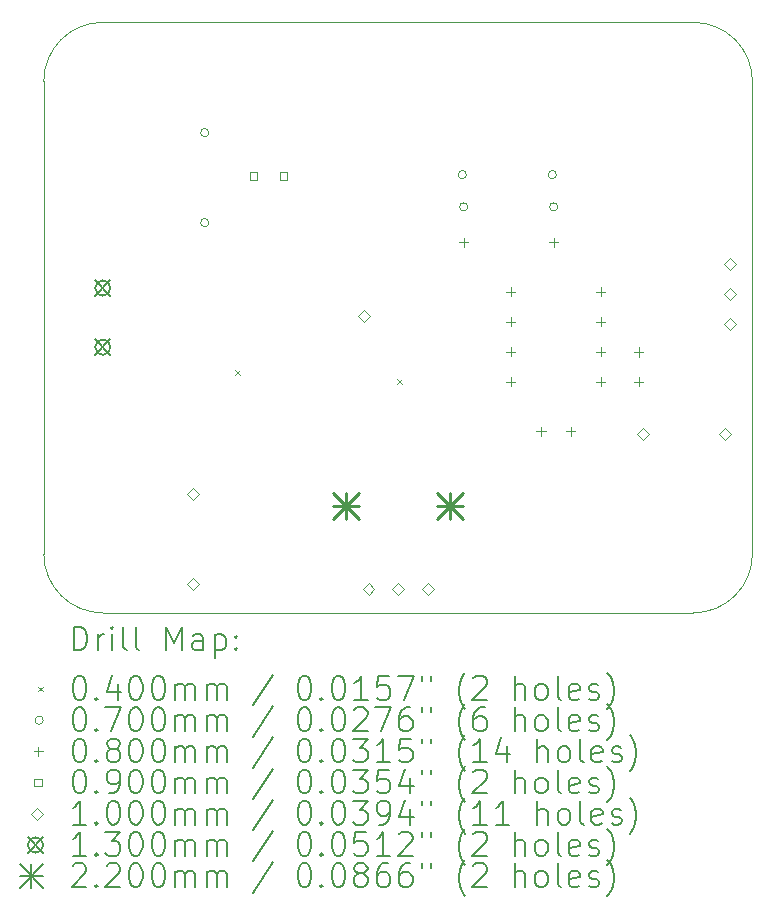
<source format=gbr>
%TF.GenerationSoftware,KiCad,Pcbnew,7.0.5*%
%TF.CreationDate,2023-06-11T14:57:04+10:00*%
%TF.ProjectId,Servo Controller 555,53657276-6f20-4436-9f6e-74726f6c6c65,rev?*%
%TF.SameCoordinates,Original*%
%TF.FileFunction,Drillmap*%
%TF.FilePolarity,Positive*%
%FSLAX45Y45*%
G04 Gerber Fmt 4.5, Leading zero omitted, Abs format (unit mm)*
G04 Created by KiCad (PCBNEW 7.0.5) date 2023-06-11 14:57:04*
%MOMM*%
%LPD*%
G01*
G04 APERTURE LIST*
%ADD10C,0.100000*%
%ADD11C,0.200000*%
%ADD12C,0.040000*%
%ADD13C,0.070000*%
%ADD14C,0.080000*%
%ADD15C,0.090000*%
%ADD16C,0.130000*%
%ADD17C,0.220000*%
G04 APERTURE END LIST*
D10*
X24000000Y-6000000D02*
X19000000Y-6000000D01*
X24500000Y-10500000D02*
X24500000Y-6500000D01*
X24000000Y-11000000D02*
G75*
G03*
X24500000Y-10500000I0J500000D01*
G01*
X18500000Y-10500000D02*
G75*
G03*
X19000000Y-11000000I500000J0D01*
G01*
X18500000Y-6500000D02*
X18500000Y-10500000D01*
X24500000Y-6500000D02*
G75*
G03*
X24000000Y-6000000I-500000J0D01*
G01*
X19000000Y-11000000D02*
X24000000Y-11000000D01*
X19000000Y-6000000D02*
G75*
G03*
X18500000Y-6500000I0J-500000D01*
G01*
D11*
D12*
X20122200Y-8946200D02*
X20162200Y-8986200D01*
X20162200Y-8946200D02*
X20122200Y-8986200D01*
X21493800Y-9022400D02*
X21533800Y-9062400D01*
X21533800Y-9022400D02*
X21493800Y-9062400D01*
D13*
X19897800Y-6934200D02*
G75*
G03*
X19897800Y-6934200I-35000J0D01*
G01*
X19897800Y-7696200D02*
G75*
G03*
X19897800Y-7696200I-35000J0D01*
G01*
X22078800Y-7289800D02*
G75*
G03*
X22078800Y-7289800I-35000J0D01*
G01*
X22089600Y-7562400D02*
G75*
G03*
X22089600Y-7562400I-35000J0D01*
G01*
X22840800Y-7289800D02*
G75*
G03*
X22840800Y-7289800I-35000J0D01*
G01*
X22851600Y-7562400D02*
G75*
G03*
X22851600Y-7562400I-35000J0D01*
G01*
D14*
X22054600Y-7822400D02*
X22054600Y-7902400D01*
X22014600Y-7862400D02*
X22094600Y-7862400D01*
X22453600Y-8240400D02*
X22453600Y-8320400D01*
X22413600Y-8280400D02*
X22493600Y-8280400D01*
X22453600Y-8494400D02*
X22453600Y-8574400D01*
X22413600Y-8534400D02*
X22493600Y-8534400D01*
X22453600Y-8748400D02*
X22453600Y-8828400D01*
X22413600Y-8788400D02*
X22493600Y-8788400D01*
X22453600Y-9002400D02*
X22453600Y-9082400D01*
X22413600Y-9042400D02*
X22493600Y-9042400D01*
X22710600Y-9422400D02*
X22710600Y-9502400D01*
X22670600Y-9462400D02*
X22750600Y-9462400D01*
X22816600Y-7822400D02*
X22816600Y-7902400D01*
X22776600Y-7862400D02*
X22856600Y-7862400D01*
X22960600Y-9422400D02*
X22960600Y-9502400D01*
X22920600Y-9462400D02*
X23000600Y-9462400D01*
X23215600Y-8240400D02*
X23215600Y-8320400D01*
X23175600Y-8280400D02*
X23255600Y-8280400D01*
X23215600Y-8494400D02*
X23215600Y-8574400D01*
X23175600Y-8534400D02*
X23255600Y-8534400D01*
X23215600Y-8748400D02*
X23215600Y-8828400D01*
X23175600Y-8788400D02*
X23255600Y-8788400D01*
X23215600Y-9002400D02*
X23215600Y-9082400D01*
X23175600Y-9042400D02*
X23255600Y-9042400D01*
X23535600Y-8752400D02*
X23535600Y-8832400D01*
X23495600Y-8792400D02*
X23575600Y-8792400D01*
X23535600Y-9002400D02*
X23535600Y-9082400D01*
X23495600Y-9042400D02*
X23575600Y-9042400D01*
D15*
X20306570Y-7331820D02*
X20306570Y-7268180D01*
X20242930Y-7268180D01*
X20242930Y-7331820D01*
X20306570Y-7331820D01*
X20560570Y-7331820D02*
X20560570Y-7268180D01*
X20496930Y-7268180D01*
X20496930Y-7331820D01*
X20560570Y-7331820D01*
D10*
X19762000Y-10042000D02*
X19812000Y-9992000D01*
X19762000Y-9942000D01*
X19712000Y-9992000D01*
X19762000Y-10042000D01*
X19762000Y-10804000D02*
X19812000Y-10754000D01*
X19762000Y-10704000D01*
X19712000Y-10754000D01*
X19762000Y-10804000D01*
X21209000Y-8533600D02*
X21259000Y-8483600D01*
X21209000Y-8433600D01*
X21159000Y-8483600D01*
X21209000Y-8533600D01*
X21250000Y-10845000D02*
X21300000Y-10795000D01*
X21250000Y-10745000D01*
X21200000Y-10795000D01*
X21250000Y-10845000D01*
X21500000Y-10845000D02*
X21550000Y-10795000D01*
X21500000Y-10745000D01*
X21450000Y-10795000D01*
X21500000Y-10845000D01*
X21750000Y-10845000D02*
X21800000Y-10795000D01*
X21750000Y-10745000D01*
X21700000Y-10795000D01*
X21750000Y-10845000D01*
X23572000Y-9534000D02*
X23622000Y-9484000D01*
X23572000Y-9434000D01*
X23522000Y-9484000D01*
X23572000Y-9534000D01*
X24270500Y-9534000D02*
X24320500Y-9484000D01*
X24270500Y-9434000D01*
X24220500Y-9484000D01*
X24270500Y-9534000D01*
X24307800Y-8096000D02*
X24357800Y-8046000D01*
X24307800Y-7996000D01*
X24257800Y-8046000D01*
X24307800Y-8096000D01*
X24307800Y-8350000D02*
X24357800Y-8300000D01*
X24307800Y-8250000D01*
X24257800Y-8300000D01*
X24307800Y-8350000D01*
X24307800Y-8604000D02*
X24357800Y-8554000D01*
X24307800Y-8504000D01*
X24257800Y-8554000D01*
X24307800Y-8604000D01*
D16*
X18935000Y-8185000D02*
X19065000Y-8315000D01*
X19065000Y-8185000D02*
X18935000Y-8315000D01*
X19065000Y-8250000D02*
G75*
G03*
X19065000Y-8250000I-65000J0D01*
G01*
X18935000Y-8685000D02*
X19065000Y-8815000D01*
X19065000Y-8685000D02*
X18935000Y-8815000D01*
X19065000Y-8750000D02*
G75*
G03*
X19065000Y-8750000I-65000J0D01*
G01*
D17*
X20950000Y-9985000D02*
X21170000Y-10205000D01*
X21170000Y-9985000D02*
X20950000Y-10205000D01*
X21060000Y-9985000D02*
X21060000Y-10205000D01*
X20950000Y-10095000D02*
X21170000Y-10095000D01*
X21830000Y-9985000D02*
X22050000Y-10205000D01*
X22050000Y-9985000D02*
X21830000Y-10205000D01*
X21940000Y-9985000D02*
X21940000Y-10205000D01*
X21830000Y-10095000D02*
X22050000Y-10095000D01*
D11*
X18755777Y-11316484D02*
X18755777Y-11116484D01*
X18755777Y-11116484D02*
X18803396Y-11116484D01*
X18803396Y-11116484D02*
X18831967Y-11126008D01*
X18831967Y-11126008D02*
X18851015Y-11145055D01*
X18851015Y-11145055D02*
X18860539Y-11164103D01*
X18860539Y-11164103D02*
X18870063Y-11202198D01*
X18870063Y-11202198D02*
X18870063Y-11230769D01*
X18870063Y-11230769D02*
X18860539Y-11268865D01*
X18860539Y-11268865D02*
X18851015Y-11287912D01*
X18851015Y-11287912D02*
X18831967Y-11306960D01*
X18831967Y-11306960D02*
X18803396Y-11316484D01*
X18803396Y-11316484D02*
X18755777Y-11316484D01*
X18955777Y-11316484D02*
X18955777Y-11183150D01*
X18955777Y-11221246D02*
X18965301Y-11202198D01*
X18965301Y-11202198D02*
X18974824Y-11192674D01*
X18974824Y-11192674D02*
X18993872Y-11183150D01*
X18993872Y-11183150D02*
X19012920Y-11183150D01*
X19079586Y-11316484D02*
X19079586Y-11183150D01*
X19079586Y-11116484D02*
X19070063Y-11126008D01*
X19070063Y-11126008D02*
X19079586Y-11135531D01*
X19079586Y-11135531D02*
X19089110Y-11126008D01*
X19089110Y-11126008D02*
X19079586Y-11116484D01*
X19079586Y-11116484D02*
X19079586Y-11135531D01*
X19203396Y-11316484D02*
X19184348Y-11306960D01*
X19184348Y-11306960D02*
X19174824Y-11287912D01*
X19174824Y-11287912D02*
X19174824Y-11116484D01*
X19308158Y-11316484D02*
X19289110Y-11306960D01*
X19289110Y-11306960D02*
X19279586Y-11287912D01*
X19279586Y-11287912D02*
X19279586Y-11116484D01*
X19536729Y-11316484D02*
X19536729Y-11116484D01*
X19536729Y-11116484D02*
X19603396Y-11259341D01*
X19603396Y-11259341D02*
X19670063Y-11116484D01*
X19670063Y-11116484D02*
X19670063Y-11316484D01*
X19851015Y-11316484D02*
X19851015Y-11211722D01*
X19851015Y-11211722D02*
X19841491Y-11192674D01*
X19841491Y-11192674D02*
X19822444Y-11183150D01*
X19822444Y-11183150D02*
X19784348Y-11183150D01*
X19784348Y-11183150D02*
X19765301Y-11192674D01*
X19851015Y-11306960D02*
X19831967Y-11316484D01*
X19831967Y-11316484D02*
X19784348Y-11316484D01*
X19784348Y-11316484D02*
X19765301Y-11306960D01*
X19765301Y-11306960D02*
X19755777Y-11287912D01*
X19755777Y-11287912D02*
X19755777Y-11268865D01*
X19755777Y-11268865D02*
X19765301Y-11249817D01*
X19765301Y-11249817D02*
X19784348Y-11240293D01*
X19784348Y-11240293D02*
X19831967Y-11240293D01*
X19831967Y-11240293D02*
X19851015Y-11230769D01*
X19946253Y-11183150D02*
X19946253Y-11383150D01*
X19946253Y-11192674D02*
X19965301Y-11183150D01*
X19965301Y-11183150D02*
X20003396Y-11183150D01*
X20003396Y-11183150D02*
X20022444Y-11192674D01*
X20022444Y-11192674D02*
X20031967Y-11202198D01*
X20031967Y-11202198D02*
X20041491Y-11221246D01*
X20041491Y-11221246D02*
X20041491Y-11278388D01*
X20041491Y-11278388D02*
X20031967Y-11297436D01*
X20031967Y-11297436D02*
X20022444Y-11306960D01*
X20022444Y-11306960D02*
X20003396Y-11316484D01*
X20003396Y-11316484D02*
X19965301Y-11316484D01*
X19965301Y-11316484D02*
X19946253Y-11306960D01*
X20127205Y-11297436D02*
X20136729Y-11306960D01*
X20136729Y-11306960D02*
X20127205Y-11316484D01*
X20127205Y-11316484D02*
X20117682Y-11306960D01*
X20117682Y-11306960D02*
X20127205Y-11297436D01*
X20127205Y-11297436D02*
X20127205Y-11316484D01*
X20127205Y-11192674D02*
X20136729Y-11202198D01*
X20136729Y-11202198D02*
X20127205Y-11211722D01*
X20127205Y-11211722D02*
X20117682Y-11202198D01*
X20117682Y-11202198D02*
X20127205Y-11192674D01*
X20127205Y-11192674D02*
X20127205Y-11211722D01*
D12*
X18455000Y-11625000D02*
X18495000Y-11665000D01*
X18495000Y-11625000D02*
X18455000Y-11665000D01*
D11*
X18793872Y-11536484D02*
X18812920Y-11536484D01*
X18812920Y-11536484D02*
X18831967Y-11546008D01*
X18831967Y-11546008D02*
X18841491Y-11555531D01*
X18841491Y-11555531D02*
X18851015Y-11574579D01*
X18851015Y-11574579D02*
X18860539Y-11612674D01*
X18860539Y-11612674D02*
X18860539Y-11660293D01*
X18860539Y-11660293D02*
X18851015Y-11698388D01*
X18851015Y-11698388D02*
X18841491Y-11717436D01*
X18841491Y-11717436D02*
X18831967Y-11726960D01*
X18831967Y-11726960D02*
X18812920Y-11736484D01*
X18812920Y-11736484D02*
X18793872Y-11736484D01*
X18793872Y-11736484D02*
X18774824Y-11726960D01*
X18774824Y-11726960D02*
X18765301Y-11717436D01*
X18765301Y-11717436D02*
X18755777Y-11698388D01*
X18755777Y-11698388D02*
X18746253Y-11660293D01*
X18746253Y-11660293D02*
X18746253Y-11612674D01*
X18746253Y-11612674D02*
X18755777Y-11574579D01*
X18755777Y-11574579D02*
X18765301Y-11555531D01*
X18765301Y-11555531D02*
X18774824Y-11546008D01*
X18774824Y-11546008D02*
X18793872Y-11536484D01*
X18946253Y-11717436D02*
X18955777Y-11726960D01*
X18955777Y-11726960D02*
X18946253Y-11736484D01*
X18946253Y-11736484D02*
X18936729Y-11726960D01*
X18936729Y-11726960D02*
X18946253Y-11717436D01*
X18946253Y-11717436D02*
X18946253Y-11736484D01*
X19127205Y-11603150D02*
X19127205Y-11736484D01*
X19079586Y-11526960D02*
X19031967Y-11669817D01*
X19031967Y-11669817D02*
X19155777Y-11669817D01*
X19270063Y-11536484D02*
X19289110Y-11536484D01*
X19289110Y-11536484D02*
X19308158Y-11546008D01*
X19308158Y-11546008D02*
X19317682Y-11555531D01*
X19317682Y-11555531D02*
X19327205Y-11574579D01*
X19327205Y-11574579D02*
X19336729Y-11612674D01*
X19336729Y-11612674D02*
X19336729Y-11660293D01*
X19336729Y-11660293D02*
X19327205Y-11698388D01*
X19327205Y-11698388D02*
X19317682Y-11717436D01*
X19317682Y-11717436D02*
X19308158Y-11726960D01*
X19308158Y-11726960D02*
X19289110Y-11736484D01*
X19289110Y-11736484D02*
X19270063Y-11736484D01*
X19270063Y-11736484D02*
X19251015Y-11726960D01*
X19251015Y-11726960D02*
X19241491Y-11717436D01*
X19241491Y-11717436D02*
X19231967Y-11698388D01*
X19231967Y-11698388D02*
X19222444Y-11660293D01*
X19222444Y-11660293D02*
X19222444Y-11612674D01*
X19222444Y-11612674D02*
X19231967Y-11574579D01*
X19231967Y-11574579D02*
X19241491Y-11555531D01*
X19241491Y-11555531D02*
X19251015Y-11546008D01*
X19251015Y-11546008D02*
X19270063Y-11536484D01*
X19460539Y-11536484D02*
X19479586Y-11536484D01*
X19479586Y-11536484D02*
X19498634Y-11546008D01*
X19498634Y-11546008D02*
X19508158Y-11555531D01*
X19508158Y-11555531D02*
X19517682Y-11574579D01*
X19517682Y-11574579D02*
X19527205Y-11612674D01*
X19527205Y-11612674D02*
X19527205Y-11660293D01*
X19527205Y-11660293D02*
X19517682Y-11698388D01*
X19517682Y-11698388D02*
X19508158Y-11717436D01*
X19508158Y-11717436D02*
X19498634Y-11726960D01*
X19498634Y-11726960D02*
X19479586Y-11736484D01*
X19479586Y-11736484D02*
X19460539Y-11736484D01*
X19460539Y-11736484D02*
X19441491Y-11726960D01*
X19441491Y-11726960D02*
X19431967Y-11717436D01*
X19431967Y-11717436D02*
X19422444Y-11698388D01*
X19422444Y-11698388D02*
X19412920Y-11660293D01*
X19412920Y-11660293D02*
X19412920Y-11612674D01*
X19412920Y-11612674D02*
X19422444Y-11574579D01*
X19422444Y-11574579D02*
X19431967Y-11555531D01*
X19431967Y-11555531D02*
X19441491Y-11546008D01*
X19441491Y-11546008D02*
X19460539Y-11536484D01*
X19612920Y-11736484D02*
X19612920Y-11603150D01*
X19612920Y-11622198D02*
X19622444Y-11612674D01*
X19622444Y-11612674D02*
X19641491Y-11603150D01*
X19641491Y-11603150D02*
X19670063Y-11603150D01*
X19670063Y-11603150D02*
X19689110Y-11612674D01*
X19689110Y-11612674D02*
X19698634Y-11631722D01*
X19698634Y-11631722D02*
X19698634Y-11736484D01*
X19698634Y-11631722D02*
X19708158Y-11612674D01*
X19708158Y-11612674D02*
X19727205Y-11603150D01*
X19727205Y-11603150D02*
X19755777Y-11603150D01*
X19755777Y-11603150D02*
X19774825Y-11612674D01*
X19774825Y-11612674D02*
X19784348Y-11631722D01*
X19784348Y-11631722D02*
X19784348Y-11736484D01*
X19879586Y-11736484D02*
X19879586Y-11603150D01*
X19879586Y-11622198D02*
X19889110Y-11612674D01*
X19889110Y-11612674D02*
X19908158Y-11603150D01*
X19908158Y-11603150D02*
X19936729Y-11603150D01*
X19936729Y-11603150D02*
X19955777Y-11612674D01*
X19955777Y-11612674D02*
X19965301Y-11631722D01*
X19965301Y-11631722D02*
X19965301Y-11736484D01*
X19965301Y-11631722D02*
X19974825Y-11612674D01*
X19974825Y-11612674D02*
X19993872Y-11603150D01*
X19993872Y-11603150D02*
X20022444Y-11603150D01*
X20022444Y-11603150D02*
X20041491Y-11612674D01*
X20041491Y-11612674D02*
X20051015Y-11631722D01*
X20051015Y-11631722D02*
X20051015Y-11736484D01*
X20441491Y-11526960D02*
X20270063Y-11784103D01*
X20698634Y-11536484D02*
X20717682Y-11536484D01*
X20717682Y-11536484D02*
X20736729Y-11546008D01*
X20736729Y-11546008D02*
X20746253Y-11555531D01*
X20746253Y-11555531D02*
X20755777Y-11574579D01*
X20755777Y-11574579D02*
X20765301Y-11612674D01*
X20765301Y-11612674D02*
X20765301Y-11660293D01*
X20765301Y-11660293D02*
X20755777Y-11698388D01*
X20755777Y-11698388D02*
X20746253Y-11717436D01*
X20746253Y-11717436D02*
X20736729Y-11726960D01*
X20736729Y-11726960D02*
X20717682Y-11736484D01*
X20717682Y-11736484D02*
X20698634Y-11736484D01*
X20698634Y-11736484D02*
X20679587Y-11726960D01*
X20679587Y-11726960D02*
X20670063Y-11717436D01*
X20670063Y-11717436D02*
X20660539Y-11698388D01*
X20660539Y-11698388D02*
X20651015Y-11660293D01*
X20651015Y-11660293D02*
X20651015Y-11612674D01*
X20651015Y-11612674D02*
X20660539Y-11574579D01*
X20660539Y-11574579D02*
X20670063Y-11555531D01*
X20670063Y-11555531D02*
X20679587Y-11546008D01*
X20679587Y-11546008D02*
X20698634Y-11536484D01*
X20851015Y-11717436D02*
X20860539Y-11726960D01*
X20860539Y-11726960D02*
X20851015Y-11736484D01*
X20851015Y-11736484D02*
X20841491Y-11726960D01*
X20841491Y-11726960D02*
X20851015Y-11717436D01*
X20851015Y-11717436D02*
X20851015Y-11736484D01*
X20984348Y-11536484D02*
X21003396Y-11536484D01*
X21003396Y-11536484D02*
X21022444Y-11546008D01*
X21022444Y-11546008D02*
X21031968Y-11555531D01*
X21031968Y-11555531D02*
X21041491Y-11574579D01*
X21041491Y-11574579D02*
X21051015Y-11612674D01*
X21051015Y-11612674D02*
X21051015Y-11660293D01*
X21051015Y-11660293D02*
X21041491Y-11698388D01*
X21041491Y-11698388D02*
X21031968Y-11717436D01*
X21031968Y-11717436D02*
X21022444Y-11726960D01*
X21022444Y-11726960D02*
X21003396Y-11736484D01*
X21003396Y-11736484D02*
X20984348Y-11736484D01*
X20984348Y-11736484D02*
X20965301Y-11726960D01*
X20965301Y-11726960D02*
X20955777Y-11717436D01*
X20955777Y-11717436D02*
X20946253Y-11698388D01*
X20946253Y-11698388D02*
X20936729Y-11660293D01*
X20936729Y-11660293D02*
X20936729Y-11612674D01*
X20936729Y-11612674D02*
X20946253Y-11574579D01*
X20946253Y-11574579D02*
X20955777Y-11555531D01*
X20955777Y-11555531D02*
X20965301Y-11546008D01*
X20965301Y-11546008D02*
X20984348Y-11536484D01*
X21241491Y-11736484D02*
X21127206Y-11736484D01*
X21184348Y-11736484D02*
X21184348Y-11536484D01*
X21184348Y-11536484D02*
X21165301Y-11565055D01*
X21165301Y-11565055D02*
X21146253Y-11584103D01*
X21146253Y-11584103D02*
X21127206Y-11593627D01*
X21422444Y-11536484D02*
X21327206Y-11536484D01*
X21327206Y-11536484D02*
X21317682Y-11631722D01*
X21317682Y-11631722D02*
X21327206Y-11622198D01*
X21327206Y-11622198D02*
X21346253Y-11612674D01*
X21346253Y-11612674D02*
X21393872Y-11612674D01*
X21393872Y-11612674D02*
X21412920Y-11622198D01*
X21412920Y-11622198D02*
X21422444Y-11631722D01*
X21422444Y-11631722D02*
X21431968Y-11650769D01*
X21431968Y-11650769D02*
X21431968Y-11698388D01*
X21431968Y-11698388D02*
X21422444Y-11717436D01*
X21422444Y-11717436D02*
X21412920Y-11726960D01*
X21412920Y-11726960D02*
X21393872Y-11736484D01*
X21393872Y-11736484D02*
X21346253Y-11736484D01*
X21346253Y-11736484D02*
X21327206Y-11726960D01*
X21327206Y-11726960D02*
X21317682Y-11717436D01*
X21498634Y-11536484D02*
X21631968Y-11536484D01*
X21631968Y-11536484D02*
X21546253Y-11736484D01*
X21698634Y-11536484D02*
X21698634Y-11574579D01*
X21774825Y-11536484D02*
X21774825Y-11574579D01*
X22070063Y-11812674D02*
X22060539Y-11803150D01*
X22060539Y-11803150D02*
X22041491Y-11774579D01*
X22041491Y-11774579D02*
X22031968Y-11755531D01*
X22031968Y-11755531D02*
X22022444Y-11726960D01*
X22022444Y-11726960D02*
X22012920Y-11679341D01*
X22012920Y-11679341D02*
X22012920Y-11641246D01*
X22012920Y-11641246D02*
X22022444Y-11593627D01*
X22022444Y-11593627D02*
X22031968Y-11565055D01*
X22031968Y-11565055D02*
X22041491Y-11546008D01*
X22041491Y-11546008D02*
X22060539Y-11517436D01*
X22060539Y-11517436D02*
X22070063Y-11507912D01*
X22136730Y-11555531D02*
X22146253Y-11546008D01*
X22146253Y-11546008D02*
X22165301Y-11536484D01*
X22165301Y-11536484D02*
X22212920Y-11536484D01*
X22212920Y-11536484D02*
X22231968Y-11546008D01*
X22231968Y-11546008D02*
X22241491Y-11555531D01*
X22241491Y-11555531D02*
X22251015Y-11574579D01*
X22251015Y-11574579D02*
X22251015Y-11593627D01*
X22251015Y-11593627D02*
X22241491Y-11622198D01*
X22241491Y-11622198D02*
X22127206Y-11736484D01*
X22127206Y-11736484D02*
X22251015Y-11736484D01*
X22489110Y-11736484D02*
X22489110Y-11536484D01*
X22574825Y-11736484D02*
X22574825Y-11631722D01*
X22574825Y-11631722D02*
X22565301Y-11612674D01*
X22565301Y-11612674D02*
X22546253Y-11603150D01*
X22546253Y-11603150D02*
X22517682Y-11603150D01*
X22517682Y-11603150D02*
X22498634Y-11612674D01*
X22498634Y-11612674D02*
X22489110Y-11622198D01*
X22698634Y-11736484D02*
X22679587Y-11726960D01*
X22679587Y-11726960D02*
X22670063Y-11717436D01*
X22670063Y-11717436D02*
X22660539Y-11698388D01*
X22660539Y-11698388D02*
X22660539Y-11641246D01*
X22660539Y-11641246D02*
X22670063Y-11622198D01*
X22670063Y-11622198D02*
X22679587Y-11612674D01*
X22679587Y-11612674D02*
X22698634Y-11603150D01*
X22698634Y-11603150D02*
X22727206Y-11603150D01*
X22727206Y-11603150D02*
X22746253Y-11612674D01*
X22746253Y-11612674D02*
X22755777Y-11622198D01*
X22755777Y-11622198D02*
X22765301Y-11641246D01*
X22765301Y-11641246D02*
X22765301Y-11698388D01*
X22765301Y-11698388D02*
X22755777Y-11717436D01*
X22755777Y-11717436D02*
X22746253Y-11726960D01*
X22746253Y-11726960D02*
X22727206Y-11736484D01*
X22727206Y-11736484D02*
X22698634Y-11736484D01*
X22879587Y-11736484D02*
X22860539Y-11726960D01*
X22860539Y-11726960D02*
X22851015Y-11707912D01*
X22851015Y-11707912D02*
X22851015Y-11536484D01*
X23031968Y-11726960D02*
X23012920Y-11736484D01*
X23012920Y-11736484D02*
X22974825Y-11736484D01*
X22974825Y-11736484D02*
X22955777Y-11726960D01*
X22955777Y-11726960D02*
X22946253Y-11707912D01*
X22946253Y-11707912D02*
X22946253Y-11631722D01*
X22946253Y-11631722D02*
X22955777Y-11612674D01*
X22955777Y-11612674D02*
X22974825Y-11603150D01*
X22974825Y-11603150D02*
X23012920Y-11603150D01*
X23012920Y-11603150D02*
X23031968Y-11612674D01*
X23031968Y-11612674D02*
X23041491Y-11631722D01*
X23041491Y-11631722D02*
X23041491Y-11650769D01*
X23041491Y-11650769D02*
X22946253Y-11669817D01*
X23117682Y-11726960D02*
X23136730Y-11736484D01*
X23136730Y-11736484D02*
X23174825Y-11736484D01*
X23174825Y-11736484D02*
X23193872Y-11726960D01*
X23193872Y-11726960D02*
X23203396Y-11707912D01*
X23203396Y-11707912D02*
X23203396Y-11698388D01*
X23203396Y-11698388D02*
X23193872Y-11679341D01*
X23193872Y-11679341D02*
X23174825Y-11669817D01*
X23174825Y-11669817D02*
X23146253Y-11669817D01*
X23146253Y-11669817D02*
X23127206Y-11660293D01*
X23127206Y-11660293D02*
X23117682Y-11641246D01*
X23117682Y-11641246D02*
X23117682Y-11631722D01*
X23117682Y-11631722D02*
X23127206Y-11612674D01*
X23127206Y-11612674D02*
X23146253Y-11603150D01*
X23146253Y-11603150D02*
X23174825Y-11603150D01*
X23174825Y-11603150D02*
X23193872Y-11612674D01*
X23270063Y-11812674D02*
X23279587Y-11803150D01*
X23279587Y-11803150D02*
X23298634Y-11774579D01*
X23298634Y-11774579D02*
X23308158Y-11755531D01*
X23308158Y-11755531D02*
X23317682Y-11726960D01*
X23317682Y-11726960D02*
X23327206Y-11679341D01*
X23327206Y-11679341D02*
X23327206Y-11641246D01*
X23327206Y-11641246D02*
X23317682Y-11593627D01*
X23317682Y-11593627D02*
X23308158Y-11565055D01*
X23308158Y-11565055D02*
X23298634Y-11546008D01*
X23298634Y-11546008D02*
X23279587Y-11517436D01*
X23279587Y-11517436D02*
X23270063Y-11507912D01*
D13*
X18495000Y-11909000D02*
G75*
G03*
X18495000Y-11909000I-35000J0D01*
G01*
D11*
X18793872Y-11800484D02*
X18812920Y-11800484D01*
X18812920Y-11800484D02*
X18831967Y-11810008D01*
X18831967Y-11810008D02*
X18841491Y-11819531D01*
X18841491Y-11819531D02*
X18851015Y-11838579D01*
X18851015Y-11838579D02*
X18860539Y-11876674D01*
X18860539Y-11876674D02*
X18860539Y-11924293D01*
X18860539Y-11924293D02*
X18851015Y-11962388D01*
X18851015Y-11962388D02*
X18841491Y-11981436D01*
X18841491Y-11981436D02*
X18831967Y-11990960D01*
X18831967Y-11990960D02*
X18812920Y-12000484D01*
X18812920Y-12000484D02*
X18793872Y-12000484D01*
X18793872Y-12000484D02*
X18774824Y-11990960D01*
X18774824Y-11990960D02*
X18765301Y-11981436D01*
X18765301Y-11981436D02*
X18755777Y-11962388D01*
X18755777Y-11962388D02*
X18746253Y-11924293D01*
X18746253Y-11924293D02*
X18746253Y-11876674D01*
X18746253Y-11876674D02*
X18755777Y-11838579D01*
X18755777Y-11838579D02*
X18765301Y-11819531D01*
X18765301Y-11819531D02*
X18774824Y-11810008D01*
X18774824Y-11810008D02*
X18793872Y-11800484D01*
X18946253Y-11981436D02*
X18955777Y-11990960D01*
X18955777Y-11990960D02*
X18946253Y-12000484D01*
X18946253Y-12000484D02*
X18936729Y-11990960D01*
X18936729Y-11990960D02*
X18946253Y-11981436D01*
X18946253Y-11981436D02*
X18946253Y-12000484D01*
X19022444Y-11800484D02*
X19155777Y-11800484D01*
X19155777Y-11800484D02*
X19070063Y-12000484D01*
X19270063Y-11800484D02*
X19289110Y-11800484D01*
X19289110Y-11800484D02*
X19308158Y-11810008D01*
X19308158Y-11810008D02*
X19317682Y-11819531D01*
X19317682Y-11819531D02*
X19327205Y-11838579D01*
X19327205Y-11838579D02*
X19336729Y-11876674D01*
X19336729Y-11876674D02*
X19336729Y-11924293D01*
X19336729Y-11924293D02*
X19327205Y-11962388D01*
X19327205Y-11962388D02*
X19317682Y-11981436D01*
X19317682Y-11981436D02*
X19308158Y-11990960D01*
X19308158Y-11990960D02*
X19289110Y-12000484D01*
X19289110Y-12000484D02*
X19270063Y-12000484D01*
X19270063Y-12000484D02*
X19251015Y-11990960D01*
X19251015Y-11990960D02*
X19241491Y-11981436D01*
X19241491Y-11981436D02*
X19231967Y-11962388D01*
X19231967Y-11962388D02*
X19222444Y-11924293D01*
X19222444Y-11924293D02*
X19222444Y-11876674D01*
X19222444Y-11876674D02*
X19231967Y-11838579D01*
X19231967Y-11838579D02*
X19241491Y-11819531D01*
X19241491Y-11819531D02*
X19251015Y-11810008D01*
X19251015Y-11810008D02*
X19270063Y-11800484D01*
X19460539Y-11800484D02*
X19479586Y-11800484D01*
X19479586Y-11800484D02*
X19498634Y-11810008D01*
X19498634Y-11810008D02*
X19508158Y-11819531D01*
X19508158Y-11819531D02*
X19517682Y-11838579D01*
X19517682Y-11838579D02*
X19527205Y-11876674D01*
X19527205Y-11876674D02*
X19527205Y-11924293D01*
X19527205Y-11924293D02*
X19517682Y-11962388D01*
X19517682Y-11962388D02*
X19508158Y-11981436D01*
X19508158Y-11981436D02*
X19498634Y-11990960D01*
X19498634Y-11990960D02*
X19479586Y-12000484D01*
X19479586Y-12000484D02*
X19460539Y-12000484D01*
X19460539Y-12000484D02*
X19441491Y-11990960D01*
X19441491Y-11990960D02*
X19431967Y-11981436D01*
X19431967Y-11981436D02*
X19422444Y-11962388D01*
X19422444Y-11962388D02*
X19412920Y-11924293D01*
X19412920Y-11924293D02*
X19412920Y-11876674D01*
X19412920Y-11876674D02*
X19422444Y-11838579D01*
X19422444Y-11838579D02*
X19431967Y-11819531D01*
X19431967Y-11819531D02*
X19441491Y-11810008D01*
X19441491Y-11810008D02*
X19460539Y-11800484D01*
X19612920Y-12000484D02*
X19612920Y-11867150D01*
X19612920Y-11886198D02*
X19622444Y-11876674D01*
X19622444Y-11876674D02*
X19641491Y-11867150D01*
X19641491Y-11867150D02*
X19670063Y-11867150D01*
X19670063Y-11867150D02*
X19689110Y-11876674D01*
X19689110Y-11876674D02*
X19698634Y-11895722D01*
X19698634Y-11895722D02*
X19698634Y-12000484D01*
X19698634Y-11895722D02*
X19708158Y-11876674D01*
X19708158Y-11876674D02*
X19727205Y-11867150D01*
X19727205Y-11867150D02*
X19755777Y-11867150D01*
X19755777Y-11867150D02*
X19774825Y-11876674D01*
X19774825Y-11876674D02*
X19784348Y-11895722D01*
X19784348Y-11895722D02*
X19784348Y-12000484D01*
X19879586Y-12000484D02*
X19879586Y-11867150D01*
X19879586Y-11886198D02*
X19889110Y-11876674D01*
X19889110Y-11876674D02*
X19908158Y-11867150D01*
X19908158Y-11867150D02*
X19936729Y-11867150D01*
X19936729Y-11867150D02*
X19955777Y-11876674D01*
X19955777Y-11876674D02*
X19965301Y-11895722D01*
X19965301Y-11895722D02*
X19965301Y-12000484D01*
X19965301Y-11895722D02*
X19974825Y-11876674D01*
X19974825Y-11876674D02*
X19993872Y-11867150D01*
X19993872Y-11867150D02*
X20022444Y-11867150D01*
X20022444Y-11867150D02*
X20041491Y-11876674D01*
X20041491Y-11876674D02*
X20051015Y-11895722D01*
X20051015Y-11895722D02*
X20051015Y-12000484D01*
X20441491Y-11790960D02*
X20270063Y-12048103D01*
X20698634Y-11800484D02*
X20717682Y-11800484D01*
X20717682Y-11800484D02*
X20736729Y-11810008D01*
X20736729Y-11810008D02*
X20746253Y-11819531D01*
X20746253Y-11819531D02*
X20755777Y-11838579D01*
X20755777Y-11838579D02*
X20765301Y-11876674D01*
X20765301Y-11876674D02*
X20765301Y-11924293D01*
X20765301Y-11924293D02*
X20755777Y-11962388D01*
X20755777Y-11962388D02*
X20746253Y-11981436D01*
X20746253Y-11981436D02*
X20736729Y-11990960D01*
X20736729Y-11990960D02*
X20717682Y-12000484D01*
X20717682Y-12000484D02*
X20698634Y-12000484D01*
X20698634Y-12000484D02*
X20679587Y-11990960D01*
X20679587Y-11990960D02*
X20670063Y-11981436D01*
X20670063Y-11981436D02*
X20660539Y-11962388D01*
X20660539Y-11962388D02*
X20651015Y-11924293D01*
X20651015Y-11924293D02*
X20651015Y-11876674D01*
X20651015Y-11876674D02*
X20660539Y-11838579D01*
X20660539Y-11838579D02*
X20670063Y-11819531D01*
X20670063Y-11819531D02*
X20679587Y-11810008D01*
X20679587Y-11810008D02*
X20698634Y-11800484D01*
X20851015Y-11981436D02*
X20860539Y-11990960D01*
X20860539Y-11990960D02*
X20851015Y-12000484D01*
X20851015Y-12000484D02*
X20841491Y-11990960D01*
X20841491Y-11990960D02*
X20851015Y-11981436D01*
X20851015Y-11981436D02*
X20851015Y-12000484D01*
X20984348Y-11800484D02*
X21003396Y-11800484D01*
X21003396Y-11800484D02*
X21022444Y-11810008D01*
X21022444Y-11810008D02*
X21031968Y-11819531D01*
X21031968Y-11819531D02*
X21041491Y-11838579D01*
X21041491Y-11838579D02*
X21051015Y-11876674D01*
X21051015Y-11876674D02*
X21051015Y-11924293D01*
X21051015Y-11924293D02*
X21041491Y-11962388D01*
X21041491Y-11962388D02*
X21031968Y-11981436D01*
X21031968Y-11981436D02*
X21022444Y-11990960D01*
X21022444Y-11990960D02*
X21003396Y-12000484D01*
X21003396Y-12000484D02*
X20984348Y-12000484D01*
X20984348Y-12000484D02*
X20965301Y-11990960D01*
X20965301Y-11990960D02*
X20955777Y-11981436D01*
X20955777Y-11981436D02*
X20946253Y-11962388D01*
X20946253Y-11962388D02*
X20936729Y-11924293D01*
X20936729Y-11924293D02*
X20936729Y-11876674D01*
X20936729Y-11876674D02*
X20946253Y-11838579D01*
X20946253Y-11838579D02*
X20955777Y-11819531D01*
X20955777Y-11819531D02*
X20965301Y-11810008D01*
X20965301Y-11810008D02*
X20984348Y-11800484D01*
X21127206Y-11819531D02*
X21136729Y-11810008D01*
X21136729Y-11810008D02*
X21155777Y-11800484D01*
X21155777Y-11800484D02*
X21203396Y-11800484D01*
X21203396Y-11800484D02*
X21222444Y-11810008D01*
X21222444Y-11810008D02*
X21231968Y-11819531D01*
X21231968Y-11819531D02*
X21241491Y-11838579D01*
X21241491Y-11838579D02*
X21241491Y-11857627D01*
X21241491Y-11857627D02*
X21231968Y-11886198D01*
X21231968Y-11886198D02*
X21117682Y-12000484D01*
X21117682Y-12000484D02*
X21241491Y-12000484D01*
X21308158Y-11800484D02*
X21441491Y-11800484D01*
X21441491Y-11800484D02*
X21355777Y-12000484D01*
X21603396Y-11800484D02*
X21565301Y-11800484D01*
X21565301Y-11800484D02*
X21546253Y-11810008D01*
X21546253Y-11810008D02*
X21536729Y-11819531D01*
X21536729Y-11819531D02*
X21517682Y-11848103D01*
X21517682Y-11848103D02*
X21508158Y-11886198D01*
X21508158Y-11886198D02*
X21508158Y-11962388D01*
X21508158Y-11962388D02*
X21517682Y-11981436D01*
X21517682Y-11981436D02*
X21527206Y-11990960D01*
X21527206Y-11990960D02*
X21546253Y-12000484D01*
X21546253Y-12000484D02*
X21584349Y-12000484D01*
X21584349Y-12000484D02*
X21603396Y-11990960D01*
X21603396Y-11990960D02*
X21612920Y-11981436D01*
X21612920Y-11981436D02*
X21622444Y-11962388D01*
X21622444Y-11962388D02*
X21622444Y-11914769D01*
X21622444Y-11914769D02*
X21612920Y-11895722D01*
X21612920Y-11895722D02*
X21603396Y-11886198D01*
X21603396Y-11886198D02*
X21584349Y-11876674D01*
X21584349Y-11876674D02*
X21546253Y-11876674D01*
X21546253Y-11876674D02*
X21527206Y-11886198D01*
X21527206Y-11886198D02*
X21517682Y-11895722D01*
X21517682Y-11895722D02*
X21508158Y-11914769D01*
X21698634Y-11800484D02*
X21698634Y-11838579D01*
X21774825Y-11800484D02*
X21774825Y-11838579D01*
X22070063Y-12076674D02*
X22060539Y-12067150D01*
X22060539Y-12067150D02*
X22041491Y-12038579D01*
X22041491Y-12038579D02*
X22031968Y-12019531D01*
X22031968Y-12019531D02*
X22022444Y-11990960D01*
X22022444Y-11990960D02*
X22012920Y-11943341D01*
X22012920Y-11943341D02*
X22012920Y-11905246D01*
X22012920Y-11905246D02*
X22022444Y-11857627D01*
X22022444Y-11857627D02*
X22031968Y-11829055D01*
X22031968Y-11829055D02*
X22041491Y-11810008D01*
X22041491Y-11810008D02*
X22060539Y-11781436D01*
X22060539Y-11781436D02*
X22070063Y-11771912D01*
X22231968Y-11800484D02*
X22193872Y-11800484D01*
X22193872Y-11800484D02*
X22174825Y-11810008D01*
X22174825Y-11810008D02*
X22165301Y-11819531D01*
X22165301Y-11819531D02*
X22146253Y-11848103D01*
X22146253Y-11848103D02*
X22136730Y-11886198D01*
X22136730Y-11886198D02*
X22136730Y-11962388D01*
X22136730Y-11962388D02*
X22146253Y-11981436D01*
X22146253Y-11981436D02*
X22155777Y-11990960D01*
X22155777Y-11990960D02*
X22174825Y-12000484D01*
X22174825Y-12000484D02*
X22212920Y-12000484D01*
X22212920Y-12000484D02*
X22231968Y-11990960D01*
X22231968Y-11990960D02*
X22241491Y-11981436D01*
X22241491Y-11981436D02*
X22251015Y-11962388D01*
X22251015Y-11962388D02*
X22251015Y-11914769D01*
X22251015Y-11914769D02*
X22241491Y-11895722D01*
X22241491Y-11895722D02*
X22231968Y-11886198D01*
X22231968Y-11886198D02*
X22212920Y-11876674D01*
X22212920Y-11876674D02*
X22174825Y-11876674D01*
X22174825Y-11876674D02*
X22155777Y-11886198D01*
X22155777Y-11886198D02*
X22146253Y-11895722D01*
X22146253Y-11895722D02*
X22136730Y-11914769D01*
X22489110Y-12000484D02*
X22489110Y-11800484D01*
X22574825Y-12000484D02*
X22574825Y-11895722D01*
X22574825Y-11895722D02*
X22565301Y-11876674D01*
X22565301Y-11876674D02*
X22546253Y-11867150D01*
X22546253Y-11867150D02*
X22517682Y-11867150D01*
X22517682Y-11867150D02*
X22498634Y-11876674D01*
X22498634Y-11876674D02*
X22489110Y-11886198D01*
X22698634Y-12000484D02*
X22679587Y-11990960D01*
X22679587Y-11990960D02*
X22670063Y-11981436D01*
X22670063Y-11981436D02*
X22660539Y-11962388D01*
X22660539Y-11962388D02*
X22660539Y-11905246D01*
X22660539Y-11905246D02*
X22670063Y-11886198D01*
X22670063Y-11886198D02*
X22679587Y-11876674D01*
X22679587Y-11876674D02*
X22698634Y-11867150D01*
X22698634Y-11867150D02*
X22727206Y-11867150D01*
X22727206Y-11867150D02*
X22746253Y-11876674D01*
X22746253Y-11876674D02*
X22755777Y-11886198D01*
X22755777Y-11886198D02*
X22765301Y-11905246D01*
X22765301Y-11905246D02*
X22765301Y-11962388D01*
X22765301Y-11962388D02*
X22755777Y-11981436D01*
X22755777Y-11981436D02*
X22746253Y-11990960D01*
X22746253Y-11990960D02*
X22727206Y-12000484D01*
X22727206Y-12000484D02*
X22698634Y-12000484D01*
X22879587Y-12000484D02*
X22860539Y-11990960D01*
X22860539Y-11990960D02*
X22851015Y-11971912D01*
X22851015Y-11971912D02*
X22851015Y-11800484D01*
X23031968Y-11990960D02*
X23012920Y-12000484D01*
X23012920Y-12000484D02*
X22974825Y-12000484D01*
X22974825Y-12000484D02*
X22955777Y-11990960D01*
X22955777Y-11990960D02*
X22946253Y-11971912D01*
X22946253Y-11971912D02*
X22946253Y-11895722D01*
X22946253Y-11895722D02*
X22955777Y-11876674D01*
X22955777Y-11876674D02*
X22974825Y-11867150D01*
X22974825Y-11867150D02*
X23012920Y-11867150D01*
X23012920Y-11867150D02*
X23031968Y-11876674D01*
X23031968Y-11876674D02*
X23041491Y-11895722D01*
X23041491Y-11895722D02*
X23041491Y-11914769D01*
X23041491Y-11914769D02*
X22946253Y-11933817D01*
X23117682Y-11990960D02*
X23136730Y-12000484D01*
X23136730Y-12000484D02*
X23174825Y-12000484D01*
X23174825Y-12000484D02*
X23193872Y-11990960D01*
X23193872Y-11990960D02*
X23203396Y-11971912D01*
X23203396Y-11971912D02*
X23203396Y-11962388D01*
X23203396Y-11962388D02*
X23193872Y-11943341D01*
X23193872Y-11943341D02*
X23174825Y-11933817D01*
X23174825Y-11933817D02*
X23146253Y-11933817D01*
X23146253Y-11933817D02*
X23127206Y-11924293D01*
X23127206Y-11924293D02*
X23117682Y-11905246D01*
X23117682Y-11905246D02*
X23117682Y-11895722D01*
X23117682Y-11895722D02*
X23127206Y-11876674D01*
X23127206Y-11876674D02*
X23146253Y-11867150D01*
X23146253Y-11867150D02*
X23174825Y-11867150D01*
X23174825Y-11867150D02*
X23193872Y-11876674D01*
X23270063Y-12076674D02*
X23279587Y-12067150D01*
X23279587Y-12067150D02*
X23298634Y-12038579D01*
X23298634Y-12038579D02*
X23308158Y-12019531D01*
X23308158Y-12019531D02*
X23317682Y-11990960D01*
X23317682Y-11990960D02*
X23327206Y-11943341D01*
X23327206Y-11943341D02*
X23327206Y-11905246D01*
X23327206Y-11905246D02*
X23317682Y-11857627D01*
X23317682Y-11857627D02*
X23308158Y-11829055D01*
X23308158Y-11829055D02*
X23298634Y-11810008D01*
X23298634Y-11810008D02*
X23279587Y-11781436D01*
X23279587Y-11781436D02*
X23270063Y-11771912D01*
D14*
X18455000Y-12133000D02*
X18455000Y-12213000D01*
X18415000Y-12173000D02*
X18495000Y-12173000D01*
D11*
X18793872Y-12064484D02*
X18812920Y-12064484D01*
X18812920Y-12064484D02*
X18831967Y-12074008D01*
X18831967Y-12074008D02*
X18841491Y-12083531D01*
X18841491Y-12083531D02*
X18851015Y-12102579D01*
X18851015Y-12102579D02*
X18860539Y-12140674D01*
X18860539Y-12140674D02*
X18860539Y-12188293D01*
X18860539Y-12188293D02*
X18851015Y-12226388D01*
X18851015Y-12226388D02*
X18841491Y-12245436D01*
X18841491Y-12245436D02*
X18831967Y-12254960D01*
X18831967Y-12254960D02*
X18812920Y-12264484D01*
X18812920Y-12264484D02*
X18793872Y-12264484D01*
X18793872Y-12264484D02*
X18774824Y-12254960D01*
X18774824Y-12254960D02*
X18765301Y-12245436D01*
X18765301Y-12245436D02*
X18755777Y-12226388D01*
X18755777Y-12226388D02*
X18746253Y-12188293D01*
X18746253Y-12188293D02*
X18746253Y-12140674D01*
X18746253Y-12140674D02*
X18755777Y-12102579D01*
X18755777Y-12102579D02*
X18765301Y-12083531D01*
X18765301Y-12083531D02*
X18774824Y-12074008D01*
X18774824Y-12074008D02*
X18793872Y-12064484D01*
X18946253Y-12245436D02*
X18955777Y-12254960D01*
X18955777Y-12254960D02*
X18946253Y-12264484D01*
X18946253Y-12264484D02*
X18936729Y-12254960D01*
X18936729Y-12254960D02*
X18946253Y-12245436D01*
X18946253Y-12245436D02*
X18946253Y-12264484D01*
X19070063Y-12150198D02*
X19051015Y-12140674D01*
X19051015Y-12140674D02*
X19041491Y-12131150D01*
X19041491Y-12131150D02*
X19031967Y-12112103D01*
X19031967Y-12112103D02*
X19031967Y-12102579D01*
X19031967Y-12102579D02*
X19041491Y-12083531D01*
X19041491Y-12083531D02*
X19051015Y-12074008D01*
X19051015Y-12074008D02*
X19070063Y-12064484D01*
X19070063Y-12064484D02*
X19108158Y-12064484D01*
X19108158Y-12064484D02*
X19127205Y-12074008D01*
X19127205Y-12074008D02*
X19136729Y-12083531D01*
X19136729Y-12083531D02*
X19146253Y-12102579D01*
X19146253Y-12102579D02*
X19146253Y-12112103D01*
X19146253Y-12112103D02*
X19136729Y-12131150D01*
X19136729Y-12131150D02*
X19127205Y-12140674D01*
X19127205Y-12140674D02*
X19108158Y-12150198D01*
X19108158Y-12150198D02*
X19070063Y-12150198D01*
X19070063Y-12150198D02*
X19051015Y-12159722D01*
X19051015Y-12159722D02*
X19041491Y-12169246D01*
X19041491Y-12169246D02*
X19031967Y-12188293D01*
X19031967Y-12188293D02*
X19031967Y-12226388D01*
X19031967Y-12226388D02*
X19041491Y-12245436D01*
X19041491Y-12245436D02*
X19051015Y-12254960D01*
X19051015Y-12254960D02*
X19070063Y-12264484D01*
X19070063Y-12264484D02*
X19108158Y-12264484D01*
X19108158Y-12264484D02*
X19127205Y-12254960D01*
X19127205Y-12254960D02*
X19136729Y-12245436D01*
X19136729Y-12245436D02*
X19146253Y-12226388D01*
X19146253Y-12226388D02*
X19146253Y-12188293D01*
X19146253Y-12188293D02*
X19136729Y-12169246D01*
X19136729Y-12169246D02*
X19127205Y-12159722D01*
X19127205Y-12159722D02*
X19108158Y-12150198D01*
X19270063Y-12064484D02*
X19289110Y-12064484D01*
X19289110Y-12064484D02*
X19308158Y-12074008D01*
X19308158Y-12074008D02*
X19317682Y-12083531D01*
X19317682Y-12083531D02*
X19327205Y-12102579D01*
X19327205Y-12102579D02*
X19336729Y-12140674D01*
X19336729Y-12140674D02*
X19336729Y-12188293D01*
X19336729Y-12188293D02*
X19327205Y-12226388D01*
X19327205Y-12226388D02*
X19317682Y-12245436D01*
X19317682Y-12245436D02*
X19308158Y-12254960D01*
X19308158Y-12254960D02*
X19289110Y-12264484D01*
X19289110Y-12264484D02*
X19270063Y-12264484D01*
X19270063Y-12264484D02*
X19251015Y-12254960D01*
X19251015Y-12254960D02*
X19241491Y-12245436D01*
X19241491Y-12245436D02*
X19231967Y-12226388D01*
X19231967Y-12226388D02*
X19222444Y-12188293D01*
X19222444Y-12188293D02*
X19222444Y-12140674D01*
X19222444Y-12140674D02*
X19231967Y-12102579D01*
X19231967Y-12102579D02*
X19241491Y-12083531D01*
X19241491Y-12083531D02*
X19251015Y-12074008D01*
X19251015Y-12074008D02*
X19270063Y-12064484D01*
X19460539Y-12064484D02*
X19479586Y-12064484D01*
X19479586Y-12064484D02*
X19498634Y-12074008D01*
X19498634Y-12074008D02*
X19508158Y-12083531D01*
X19508158Y-12083531D02*
X19517682Y-12102579D01*
X19517682Y-12102579D02*
X19527205Y-12140674D01*
X19527205Y-12140674D02*
X19527205Y-12188293D01*
X19527205Y-12188293D02*
X19517682Y-12226388D01*
X19517682Y-12226388D02*
X19508158Y-12245436D01*
X19508158Y-12245436D02*
X19498634Y-12254960D01*
X19498634Y-12254960D02*
X19479586Y-12264484D01*
X19479586Y-12264484D02*
X19460539Y-12264484D01*
X19460539Y-12264484D02*
X19441491Y-12254960D01*
X19441491Y-12254960D02*
X19431967Y-12245436D01*
X19431967Y-12245436D02*
X19422444Y-12226388D01*
X19422444Y-12226388D02*
X19412920Y-12188293D01*
X19412920Y-12188293D02*
X19412920Y-12140674D01*
X19412920Y-12140674D02*
X19422444Y-12102579D01*
X19422444Y-12102579D02*
X19431967Y-12083531D01*
X19431967Y-12083531D02*
X19441491Y-12074008D01*
X19441491Y-12074008D02*
X19460539Y-12064484D01*
X19612920Y-12264484D02*
X19612920Y-12131150D01*
X19612920Y-12150198D02*
X19622444Y-12140674D01*
X19622444Y-12140674D02*
X19641491Y-12131150D01*
X19641491Y-12131150D02*
X19670063Y-12131150D01*
X19670063Y-12131150D02*
X19689110Y-12140674D01*
X19689110Y-12140674D02*
X19698634Y-12159722D01*
X19698634Y-12159722D02*
X19698634Y-12264484D01*
X19698634Y-12159722D02*
X19708158Y-12140674D01*
X19708158Y-12140674D02*
X19727205Y-12131150D01*
X19727205Y-12131150D02*
X19755777Y-12131150D01*
X19755777Y-12131150D02*
X19774825Y-12140674D01*
X19774825Y-12140674D02*
X19784348Y-12159722D01*
X19784348Y-12159722D02*
X19784348Y-12264484D01*
X19879586Y-12264484D02*
X19879586Y-12131150D01*
X19879586Y-12150198D02*
X19889110Y-12140674D01*
X19889110Y-12140674D02*
X19908158Y-12131150D01*
X19908158Y-12131150D02*
X19936729Y-12131150D01*
X19936729Y-12131150D02*
X19955777Y-12140674D01*
X19955777Y-12140674D02*
X19965301Y-12159722D01*
X19965301Y-12159722D02*
X19965301Y-12264484D01*
X19965301Y-12159722D02*
X19974825Y-12140674D01*
X19974825Y-12140674D02*
X19993872Y-12131150D01*
X19993872Y-12131150D02*
X20022444Y-12131150D01*
X20022444Y-12131150D02*
X20041491Y-12140674D01*
X20041491Y-12140674D02*
X20051015Y-12159722D01*
X20051015Y-12159722D02*
X20051015Y-12264484D01*
X20441491Y-12054960D02*
X20270063Y-12312103D01*
X20698634Y-12064484D02*
X20717682Y-12064484D01*
X20717682Y-12064484D02*
X20736729Y-12074008D01*
X20736729Y-12074008D02*
X20746253Y-12083531D01*
X20746253Y-12083531D02*
X20755777Y-12102579D01*
X20755777Y-12102579D02*
X20765301Y-12140674D01*
X20765301Y-12140674D02*
X20765301Y-12188293D01*
X20765301Y-12188293D02*
X20755777Y-12226388D01*
X20755777Y-12226388D02*
X20746253Y-12245436D01*
X20746253Y-12245436D02*
X20736729Y-12254960D01*
X20736729Y-12254960D02*
X20717682Y-12264484D01*
X20717682Y-12264484D02*
X20698634Y-12264484D01*
X20698634Y-12264484D02*
X20679587Y-12254960D01*
X20679587Y-12254960D02*
X20670063Y-12245436D01*
X20670063Y-12245436D02*
X20660539Y-12226388D01*
X20660539Y-12226388D02*
X20651015Y-12188293D01*
X20651015Y-12188293D02*
X20651015Y-12140674D01*
X20651015Y-12140674D02*
X20660539Y-12102579D01*
X20660539Y-12102579D02*
X20670063Y-12083531D01*
X20670063Y-12083531D02*
X20679587Y-12074008D01*
X20679587Y-12074008D02*
X20698634Y-12064484D01*
X20851015Y-12245436D02*
X20860539Y-12254960D01*
X20860539Y-12254960D02*
X20851015Y-12264484D01*
X20851015Y-12264484D02*
X20841491Y-12254960D01*
X20841491Y-12254960D02*
X20851015Y-12245436D01*
X20851015Y-12245436D02*
X20851015Y-12264484D01*
X20984348Y-12064484D02*
X21003396Y-12064484D01*
X21003396Y-12064484D02*
X21022444Y-12074008D01*
X21022444Y-12074008D02*
X21031968Y-12083531D01*
X21031968Y-12083531D02*
X21041491Y-12102579D01*
X21041491Y-12102579D02*
X21051015Y-12140674D01*
X21051015Y-12140674D02*
X21051015Y-12188293D01*
X21051015Y-12188293D02*
X21041491Y-12226388D01*
X21041491Y-12226388D02*
X21031968Y-12245436D01*
X21031968Y-12245436D02*
X21022444Y-12254960D01*
X21022444Y-12254960D02*
X21003396Y-12264484D01*
X21003396Y-12264484D02*
X20984348Y-12264484D01*
X20984348Y-12264484D02*
X20965301Y-12254960D01*
X20965301Y-12254960D02*
X20955777Y-12245436D01*
X20955777Y-12245436D02*
X20946253Y-12226388D01*
X20946253Y-12226388D02*
X20936729Y-12188293D01*
X20936729Y-12188293D02*
X20936729Y-12140674D01*
X20936729Y-12140674D02*
X20946253Y-12102579D01*
X20946253Y-12102579D02*
X20955777Y-12083531D01*
X20955777Y-12083531D02*
X20965301Y-12074008D01*
X20965301Y-12074008D02*
X20984348Y-12064484D01*
X21117682Y-12064484D02*
X21241491Y-12064484D01*
X21241491Y-12064484D02*
X21174825Y-12140674D01*
X21174825Y-12140674D02*
X21203396Y-12140674D01*
X21203396Y-12140674D02*
X21222444Y-12150198D01*
X21222444Y-12150198D02*
X21231968Y-12159722D01*
X21231968Y-12159722D02*
X21241491Y-12178769D01*
X21241491Y-12178769D02*
X21241491Y-12226388D01*
X21241491Y-12226388D02*
X21231968Y-12245436D01*
X21231968Y-12245436D02*
X21222444Y-12254960D01*
X21222444Y-12254960D02*
X21203396Y-12264484D01*
X21203396Y-12264484D02*
X21146253Y-12264484D01*
X21146253Y-12264484D02*
X21127206Y-12254960D01*
X21127206Y-12254960D02*
X21117682Y-12245436D01*
X21431968Y-12264484D02*
X21317682Y-12264484D01*
X21374825Y-12264484D02*
X21374825Y-12064484D01*
X21374825Y-12064484D02*
X21355777Y-12093055D01*
X21355777Y-12093055D02*
X21336729Y-12112103D01*
X21336729Y-12112103D02*
X21317682Y-12121627D01*
X21612920Y-12064484D02*
X21517682Y-12064484D01*
X21517682Y-12064484D02*
X21508158Y-12159722D01*
X21508158Y-12159722D02*
X21517682Y-12150198D01*
X21517682Y-12150198D02*
X21536729Y-12140674D01*
X21536729Y-12140674D02*
X21584349Y-12140674D01*
X21584349Y-12140674D02*
X21603396Y-12150198D01*
X21603396Y-12150198D02*
X21612920Y-12159722D01*
X21612920Y-12159722D02*
X21622444Y-12178769D01*
X21622444Y-12178769D02*
X21622444Y-12226388D01*
X21622444Y-12226388D02*
X21612920Y-12245436D01*
X21612920Y-12245436D02*
X21603396Y-12254960D01*
X21603396Y-12254960D02*
X21584349Y-12264484D01*
X21584349Y-12264484D02*
X21536729Y-12264484D01*
X21536729Y-12264484D02*
X21517682Y-12254960D01*
X21517682Y-12254960D02*
X21508158Y-12245436D01*
X21698634Y-12064484D02*
X21698634Y-12102579D01*
X21774825Y-12064484D02*
X21774825Y-12102579D01*
X22070063Y-12340674D02*
X22060539Y-12331150D01*
X22060539Y-12331150D02*
X22041491Y-12302579D01*
X22041491Y-12302579D02*
X22031968Y-12283531D01*
X22031968Y-12283531D02*
X22022444Y-12254960D01*
X22022444Y-12254960D02*
X22012920Y-12207341D01*
X22012920Y-12207341D02*
X22012920Y-12169246D01*
X22012920Y-12169246D02*
X22022444Y-12121627D01*
X22022444Y-12121627D02*
X22031968Y-12093055D01*
X22031968Y-12093055D02*
X22041491Y-12074008D01*
X22041491Y-12074008D02*
X22060539Y-12045436D01*
X22060539Y-12045436D02*
X22070063Y-12035912D01*
X22251015Y-12264484D02*
X22136730Y-12264484D01*
X22193872Y-12264484D02*
X22193872Y-12064484D01*
X22193872Y-12064484D02*
X22174825Y-12093055D01*
X22174825Y-12093055D02*
X22155777Y-12112103D01*
X22155777Y-12112103D02*
X22136730Y-12121627D01*
X22422444Y-12131150D02*
X22422444Y-12264484D01*
X22374825Y-12054960D02*
X22327206Y-12197817D01*
X22327206Y-12197817D02*
X22451015Y-12197817D01*
X22679587Y-12264484D02*
X22679587Y-12064484D01*
X22765301Y-12264484D02*
X22765301Y-12159722D01*
X22765301Y-12159722D02*
X22755777Y-12140674D01*
X22755777Y-12140674D02*
X22736730Y-12131150D01*
X22736730Y-12131150D02*
X22708158Y-12131150D01*
X22708158Y-12131150D02*
X22689110Y-12140674D01*
X22689110Y-12140674D02*
X22679587Y-12150198D01*
X22889110Y-12264484D02*
X22870063Y-12254960D01*
X22870063Y-12254960D02*
X22860539Y-12245436D01*
X22860539Y-12245436D02*
X22851015Y-12226388D01*
X22851015Y-12226388D02*
X22851015Y-12169246D01*
X22851015Y-12169246D02*
X22860539Y-12150198D01*
X22860539Y-12150198D02*
X22870063Y-12140674D01*
X22870063Y-12140674D02*
X22889110Y-12131150D01*
X22889110Y-12131150D02*
X22917682Y-12131150D01*
X22917682Y-12131150D02*
X22936730Y-12140674D01*
X22936730Y-12140674D02*
X22946253Y-12150198D01*
X22946253Y-12150198D02*
X22955777Y-12169246D01*
X22955777Y-12169246D02*
X22955777Y-12226388D01*
X22955777Y-12226388D02*
X22946253Y-12245436D01*
X22946253Y-12245436D02*
X22936730Y-12254960D01*
X22936730Y-12254960D02*
X22917682Y-12264484D01*
X22917682Y-12264484D02*
X22889110Y-12264484D01*
X23070063Y-12264484D02*
X23051015Y-12254960D01*
X23051015Y-12254960D02*
X23041491Y-12235912D01*
X23041491Y-12235912D02*
X23041491Y-12064484D01*
X23222444Y-12254960D02*
X23203396Y-12264484D01*
X23203396Y-12264484D02*
X23165301Y-12264484D01*
X23165301Y-12264484D02*
X23146253Y-12254960D01*
X23146253Y-12254960D02*
X23136730Y-12235912D01*
X23136730Y-12235912D02*
X23136730Y-12159722D01*
X23136730Y-12159722D02*
X23146253Y-12140674D01*
X23146253Y-12140674D02*
X23165301Y-12131150D01*
X23165301Y-12131150D02*
X23203396Y-12131150D01*
X23203396Y-12131150D02*
X23222444Y-12140674D01*
X23222444Y-12140674D02*
X23231968Y-12159722D01*
X23231968Y-12159722D02*
X23231968Y-12178769D01*
X23231968Y-12178769D02*
X23136730Y-12197817D01*
X23308158Y-12254960D02*
X23327206Y-12264484D01*
X23327206Y-12264484D02*
X23365301Y-12264484D01*
X23365301Y-12264484D02*
X23384349Y-12254960D01*
X23384349Y-12254960D02*
X23393872Y-12235912D01*
X23393872Y-12235912D02*
X23393872Y-12226388D01*
X23393872Y-12226388D02*
X23384349Y-12207341D01*
X23384349Y-12207341D02*
X23365301Y-12197817D01*
X23365301Y-12197817D02*
X23336730Y-12197817D01*
X23336730Y-12197817D02*
X23317682Y-12188293D01*
X23317682Y-12188293D02*
X23308158Y-12169246D01*
X23308158Y-12169246D02*
X23308158Y-12159722D01*
X23308158Y-12159722D02*
X23317682Y-12140674D01*
X23317682Y-12140674D02*
X23336730Y-12131150D01*
X23336730Y-12131150D02*
X23365301Y-12131150D01*
X23365301Y-12131150D02*
X23384349Y-12140674D01*
X23460539Y-12340674D02*
X23470063Y-12331150D01*
X23470063Y-12331150D02*
X23489111Y-12302579D01*
X23489111Y-12302579D02*
X23498634Y-12283531D01*
X23498634Y-12283531D02*
X23508158Y-12254960D01*
X23508158Y-12254960D02*
X23517682Y-12207341D01*
X23517682Y-12207341D02*
X23517682Y-12169246D01*
X23517682Y-12169246D02*
X23508158Y-12121627D01*
X23508158Y-12121627D02*
X23498634Y-12093055D01*
X23498634Y-12093055D02*
X23489111Y-12074008D01*
X23489111Y-12074008D02*
X23470063Y-12045436D01*
X23470063Y-12045436D02*
X23460539Y-12035912D01*
D15*
X18481820Y-12468820D02*
X18481820Y-12405180D01*
X18418180Y-12405180D01*
X18418180Y-12468820D01*
X18481820Y-12468820D01*
D11*
X18793872Y-12328484D02*
X18812920Y-12328484D01*
X18812920Y-12328484D02*
X18831967Y-12338008D01*
X18831967Y-12338008D02*
X18841491Y-12347531D01*
X18841491Y-12347531D02*
X18851015Y-12366579D01*
X18851015Y-12366579D02*
X18860539Y-12404674D01*
X18860539Y-12404674D02*
X18860539Y-12452293D01*
X18860539Y-12452293D02*
X18851015Y-12490388D01*
X18851015Y-12490388D02*
X18841491Y-12509436D01*
X18841491Y-12509436D02*
X18831967Y-12518960D01*
X18831967Y-12518960D02*
X18812920Y-12528484D01*
X18812920Y-12528484D02*
X18793872Y-12528484D01*
X18793872Y-12528484D02*
X18774824Y-12518960D01*
X18774824Y-12518960D02*
X18765301Y-12509436D01*
X18765301Y-12509436D02*
X18755777Y-12490388D01*
X18755777Y-12490388D02*
X18746253Y-12452293D01*
X18746253Y-12452293D02*
X18746253Y-12404674D01*
X18746253Y-12404674D02*
X18755777Y-12366579D01*
X18755777Y-12366579D02*
X18765301Y-12347531D01*
X18765301Y-12347531D02*
X18774824Y-12338008D01*
X18774824Y-12338008D02*
X18793872Y-12328484D01*
X18946253Y-12509436D02*
X18955777Y-12518960D01*
X18955777Y-12518960D02*
X18946253Y-12528484D01*
X18946253Y-12528484D02*
X18936729Y-12518960D01*
X18936729Y-12518960D02*
X18946253Y-12509436D01*
X18946253Y-12509436D02*
X18946253Y-12528484D01*
X19051015Y-12528484D02*
X19089110Y-12528484D01*
X19089110Y-12528484D02*
X19108158Y-12518960D01*
X19108158Y-12518960D02*
X19117682Y-12509436D01*
X19117682Y-12509436D02*
X19136729Y-12480865D01*
X19136729Y-12480865D02*
X19146253Y-12442769D01*
X19146253Y-12442769D02*
X19146253Y-12366579D01*
X19146253Y-12366579D02*
X19136729Y-12347531D01*
X19136729Y-12347531D02*
X19127205Y-12338008D01*
X19127205Y-12338008D02*
X19108158Y-12328484D01*
X19108158Y-12328484D02*
X19070063Y-12328484D01*
X19070063Y-12328484D02*
X19051015Y-12338008D01*
X19051015Y-12338008D02*
X19041491Y-12347531D01*
X19041491Y-12347531D02*
X19031967Y-12366579D01*
X19031967Y-12366579D02*
X19031967Y-12414198D01*
X19031967Y-12414198D02*
X19041491Y-12433246D01*
X19041491Y-12433246D02*
X19051015Y-12442769D01*
X19051015Y-12442769D02*
X19070063Y-12452293D01*
X19070063Y-12452293D02*
X19108158Y-12452293D01*
X19108158Y-12452293D02*
X19127205Y-12442769D01*
X19127205Y-12442769D02*
X19136729Y-12433246D01*
X19136729Y-12433246D02*
X19146253Y-12414198D01*
X19270063Y-12328484D02*
X19289110Y-12328484D01*
X19289110Y-12328484D02*
X19308158Y-12338008D01*
X19308158Y-12338008D02*
X19317682Y-12347531D01*
X19317682Y-12347531D02*
X19327205Y-12366579D01*
X19327205Y-12366579D02*
X19336729Y-12404674D01*
X19336729Y-12404674D02*
X19336729Y-12452293D01*
X19336729Y-12452293D02*
X19327205Y-12490388D01*
X19327205Y-12490388D02*
X19317682Y-12509436D01*
X19317682Y-12509436D02*
X19308158Y-12518960D01*
X19308158Y-12518960D02*
X19289110Y-12528484D01*
X19289110Y-12528484D02*
X19270063Y-12528484D01*
X19270063Y-12528484D02*
X19251015Y-12518960D01*
X19251015Y-12518960D02*
X19241491Y-12509436D01*
X19241491Y-12509436D02*
X19231967Y-12490388D01*
X19231967Y-12490388D02*
X19222444Y-12452293D01*
X19222444Y-12452293D02*
X19222444Y-12404674D01*
X19222444Y-12404674D02*
X19231967Y-12366579D01*
X19231967Y-12366579D02*
X19241491Y-12347531D01*
X19241491Y-12347531D02*
X19251015Y-12338008D01*
X19251015Y-12338008D02*
X19270063Y-12328484D01*
X19460539Y-12328484D02*
X19479586Y-12328484D01*
X19479586Y-12328484D02*
X19498634Y-12338008D01*
X19498634Y-12338008D02*
X19508158Y-12347531D01*
X19508158Y-12347531D02*
X19517682Y-12366579D01*
X19517682Y-12366579D02*
X19527205Y-12404674D01*
X19527205Y-12404674D02*
X19527205Y-12452293D01*
X19527205Y-12452293D02*
X19517682Y-12490388D01*
X19517682Y-12490388D02*
X19508158Y-12509436D01*
X19508158Y-12509436D02*
X19498634Y-12518960D01*
X19498634Y-12518960D02*
X19479586Y-12528484D01*
X19479586Y-12528484D02*
X19460539Y-12528484D01*
X19460539Y-12528484D02*
X19441491Y-12518960D01*
X19441491Y-12518960D02*
X19431967Y-12509436D01*
X19431967Y-12509436D02*
X19422444Y-12490388D01*
X19422444Y-12490388D02*
X19412920Y-12452293D01*
X19412920Y-12452293D02*
X19412920Y-12404674D01*
X19412920Y-12404674D02*
X19422444Y-12366579D01*
X19422444Y-12366579D02*
X19431967Y-12347531D01*
X19431967Y-12347531D02*
X19441491Y-12338008D01*
X19441491Y-12338008D02*
X19460539Y-12328484D01*
X19612920Y-12528484D02*
X19612920Y-12395150D01*
X19612920Y-12414198D02*
X19622444Y-12404674D01*
X19622444Y-12404674D02*
X19641491Y-12395150D01*
X19641491Y-12395150D02*
X19670063Y-12395150D01*
X19670063Y-12395150D02*
X19689110Y-12404674D01*
X19689110Y-12404674D02*
X19698634Y-12423722D01*
X19698634Y-12423722D02*
X19698634Y-12528484D01*
X19698634Y-12423722D02*
X19708158Y-12404674D01*
X19708158Y-12404674D02*
X19727205Y-12395150D01*
X19727205Y-12395150D02*
X19755777Y-12395150D01*
X19755777Y-12395150D02*
X19774825Y-12404674D01*
X19774825Y-12404674D02*
X19784348Y-12423722D01*
X19784348Y-12423722D02*
X19784348Y-12528484D01*
X19879586Y-12528484D02*
X19879586Y-12395150D01*
X19879586Y-12414198D02*
X19889110Y-12404674D01*
X19889110Y-12404674D02*
X19908158Y-12395150D01*
X19908158Y-12395150D02*
X19936729Y-12395150D01*
X19936729Y-12395150D02*
X19955777Y-12404674D01*
X19955777Y-12404674D02*
X19965301Y-12423722D01*
X19965301Y-12423722D02*
X19965301Y-12528484D01*
X19965301Y-12423722D02*
X19974825Y-12404674D01*
X19974825Y-12404674D02*
X19993872Y-12395150D01*
X19993872Y-12395150D02*
X20022444Y-12395150D01*
X20022444Y-12395150D02*
X20041491Y-12404674D01*
X20041491Y-12404674D02*
X20051015Y-12423722D01*
X20051015Y-12423722D02*
X20051015Y-12528484D01*
X20441491Y-12318960D02*
X20270063Y-12576103D01*
X20698634Y-12328484D02*
X20717682Y-12328484D01*
X20717682Y-12328484D02*
X20736729Y-12338008D01*
X20736729Y-12338008D02*
X20746253Y-12347531D01*
X20746253Y-12347531D02*
X20755777Y-12366579D01*
X20755777Y-12366579D02*
X20765301Y-12404674D01*
X20765301Y-12404674D02*
X20765301Y-12452293D01*
X20765301Y-12452293D02*
X20755777Y-12490388D01*
X20755777Y-12490388D02*
X20746253Y-12509436D01*
X20746253Y-12509436D02*
X20736729Y-12518960D01*
X20736729Y-12518960D02*
X20717682Y-12528484D01*
X20717682Y-12528484D02*
X20698634Y-12528484D01*
X20698634Y-12528484D02*
X20679587Y-12518960D01*
X20679587Y-12518960D02*
X20670063Y-12509436D01*
X20670063Y-12509436D02*
X20660539Y-12490388D01*
X20660539Y-12490388D02*
X20651015Y-12452293D01*
X20651015Y-12452293D02*
X20651015Y-12404674D01*
X20651015Y-12404674D02*
X20660539Y-12366579D01*
X20660539Y-12366579D02*
X20670063Y-12347531D01*
X20670063Y-12347531D02*
X20679587Y-12338008D01*
X20679587Y-12338008D02*
X20698634Y-12328484D01*
X20851015Y-12509436D02*
X20860539Y-12518960D01*
X20860539Y-12518960D02*
X20851015Y-12528484D01*
X20851015Y-12528484D02*
X20841491Y-12518960D01*
X20841491Y-12518960D02*
X20851015Y-12509436D01*
X20851015Y-12509436D02*
X20851015Y-12528484D01*
X20984348Y-12328484D02*
X21003396Y-12328484D01*
X21003396Y-12328484D02*
X21022444Y-12338008D01*
X21022444Y-12338008D02*
X21031968Y-12347531D01*
X21031968Y-12347531D02*
X21041491Y-12366579D01*
X21041491Y-12366579D02*
X21051015Y-12404674D01*
X21051015Y-12404674D02*
X21051015Y-12452293D01*
X21051015Y-12452293D02*
X21041491Y-12490388D01*
X21041491Y-12490388D02*
X21031968Y-12509436D01*
X21031968Y-12509436D02*
X21022444Y-12518960D01*
X21022444Y-12518960D02*
X21003396Y-12528484D01*
X21003396Y-12528484D02*
X20984348Y-12528484D01*
X20984348Y-12528484D02*
X20965301Y-12518960D01*
X20965301Y-12518960D02*
X20955777Y-12509436D01*
X20955777Y-12509436D02*
X20946253Y-12490388D01*
X20946253Y-12490388D02*
X20936729Y-12452293D01*
X20936729Y-12452293D02*
X20936729Y-12404674D01*
X20936729Y-12404674D02*
X20946253Y-12366579D01*
X20946253Y-12366579D02*
X20955777Y-12347531D01*
X20955777Y-12347531D02*
X20965301Y-12338008D01*
X20965301Y-12338008D02*
X20984348Y-12328484D01*
X21117682Y-12328484D02*
X21241491Y-12328484D01*
X21241491Y-12328484D02*
X21174825Y-12404674D01*
X21174825Y-12404674D02*
X21203396Y-12404674D01*
X21203396Y-12404674D02*
X21222444Y-12414198D01*
X21222444Y-12414198D02*
X21231968Y-12423722D01*
X21231968Y-12423722D02*
X21241491Y-12442769D01*
X21241491Y-12442769D02*
X21241491Y-12490388D01*
X21241491Y-12490388D02*
X21231968Y-12509436D01*
X21231968Y-12509436D02*
X21222444Y-12518960D01*
X21222444Y-12518960D02*
X21203396Y-12528484D01*
X21203396Y-12528484D02*
X21146253Y-12528484D01*
X21146253Y-12528484D02*
X21127206Y-12518960D01*
X21127206Y-12518960D02*
X21117682Y-12509436D01*
X21422444Y-12328484D02*
X21327206Y-12328484D01*
X21327206Y-12328484D02*
X21317682Y-12423722D01*
X21317682Y-12423722D02*
X21327206Y-12414198D01*
X21327206Y-12414198D02*
X21346253Y-12404674D01*
X21346253Y-12404674D02*
X21393872Y-12404674D01*
X21393872Y-12404674D02*
X21412920Y-12414198D01*
X21412920Y-12414198D02*
X21422444Y-12423722D01*
X21422444Y-12423722D02*
X21431968Y-12442769D01*
X21431968Y-12442769D02*
X21431968Y-12490388D01*
X21431968Y-12490388D02*
X21422444Y-12509436D01*
X21422444Y-12509436D02*
X21412920Y-12518960D01*
X21412920Y-12518960D02*
X21393872Y-12528484D01*
X21393872Y-12528484D02*
X21346253Y-12528484D01*
X21346253Y-12528484D02*
X21327206Y-12518960D01*
X21327206Y-12518960D02*
X21317682Y-12509436D01*
X21603396Y-12395150D02*
X21603396Y-12528484D01*
X21555777Y-12318960D02*
X21508158Y-12461817D01*
X21508158Y-12461817D02*
X21631968Y-12461817D01*
X21698634Y-12328484D02*
X21698634Y-12366579D01*
X21774825Y-12328484D02*
X21774825Y-12366579D01*
X22070063Y-12604674D02*
X22060539Y-12595150D01*
X22060539Y-12595150D02*
X22041491Y-12566579D01*
X22041491Y-12566579D02*
X22031968Y-12547531D01*
X22031968Y-12547531D02*
X22022444Y-12518960D01*
X22022444Y-12518960D02*
X22012920Y-12471341D01*
X22012920Y-12471341D02*
X22012920Y-12433246D01*
X22012920Y-12433246D02*
X22022444Y-12385627D01*
X22022444Y-12385627D02*
X22031968Y-12357055D01*
X22031968Y-12357055D02*
X22041491Y-12338008D01*
X22041491Y-12338008D02*
X22060539Y-12309436D01*
X22060539Y-12309436D02*
X22070063Y-12299912D01*
X22136730Y-12347531D02*
X22146253Y-12338008D01*
X22146253Y-12338008D02*
X22165301Y-12328484D01*
X22165301Y-12328484D02*
X22212920Y-12328484D01*
X22212920Y-12328484D02*
X22231968Y-12338008D01*
X22231968Y-12338008D02*
X22241491Y-12347531D01*
X22241491Y-12347531D02*
X22251015Y-12366579D01*
X22251015Y-12366579D02*
X22251015Y-12385627D01*
X22251015Y-12385627D02*
X22241491Y-12414198D01*
X22241491Y-12414198D02*
X22127206Y-12528484D01*
X22127206Y-12528484D02*
X22251015Y-12528484D01*
X22489110Y-12528484D02*
X22489110Y-12328484D01*
X22574825Y-12528484D02*
X22574825Y-12423722D01*
X22574825Y-12423722D02*
X22565301Y-12404674D01*
X22565301Y-12404674D02*
X22546253Y-12395150D01*
X22546253Y-12395150D02*
X22517682Y-12395150D01*
X22517682Y-12395150D02*
X22498634Y-12404674D01*
X22498634Y-12404674D02*
X22489110Y-12414198D01*
X22698634Y-12528484D02*
X22679587Y-12518960D01*
X22679587Y-12518960D02*
X22670063Y-12509436D01*
X22670063Y-12509436D02*
X22660539Y-12490388D01*
X22660539Y-12490388D02*
X22660539Y-12433246D01*
X22660539Y-12433246D02*
X22670063Y-12414198D01*
X22670063Y-12414198D02*
X22679587Y-12404674D01*
X22679587Y-12404674D02*
X22698634Y-12395150D01*
X22698634Y-12395150D02*
X22727206Y-12395150D01*
X22727206Y-12395150D02*
X22746253Y-12404674D01*
X22746253Y-12404674D02*
X22755777Y-12414198D01*
X22755777Y-12414198D02*
X22765301Y-12433246D01*
X22765301Y-12433246D02*
X22765301Y-12490388D01*
X22765301Y-12490388D02*
X22755777Y-12509436D01*
X22755777Y-12509436D02*
X22746253Y-12518960D01*
X22746253Y-12518960D02*
X22727206Y-12528484D01*
X22727206Y-12528484D02*
X22698634Y-12528484D01*
X22879587Y-12528484D02*
X22860539Y-12518960D01*
X22860539Y-12518960D02*
X22851015Y-12499912D01*
X22851015Y-12499912D02*
X22851015Y-12328484D01*
X23031968Y-12518960D02*
X23012920Y-12528484D01*
X23012920Y-12528484D02*
X22974825Y-12528484D01*
X22974825Y-12528484D02*
X22955777Y-12518960D01*
X22955777Y-12518960D02*
X22946253Y-12499912D01*
X22946253Y-12499912D02*
X22946253Y-12423722D01*
X22946253Y-12423722D02*
X22955777Y-12404674D01*
X22955777Y-12404674D02*
X22974825Y-12395150D01*
X22974825Y-12395150D02*
X23012920Y-12395150D01*
X23012920Y-12395150D02*
X23031968Y-12404674D01*
X23031968Y-12404674D02*
X23041491Y-12423722D01*
X23041491Y-12423722D02*
X23041491Y-12442769D01*
X23041491Y-12442769D02*
X22946253Y-12461817D01*
X23117682Y-12518960D02*
X23136730Y-12528484D01*
X23136730Y-12528484D02*
X23174825Y-12528484D01*
X23174825Y-12528484D02*
X23193872Y-12518960D01*
X23193872Y-12518960D02*
X23203396Y-12499912D01*
X23203396Y-12499912D02*
X23203396Y-12490388D01*
X23203396Y-12490388D02*
X23193872Y-12471341D01*
X23193872Y-12471341D02*
X23174825Y-12461817D01*
X23174825Y-12461817D02*
X23146253Y-12461817D01*
X23146253Y-12461817D02*
X23127206Y-12452293D01*
X23127206Y-12452293D02*
X23117682Y-12433246D01*
X23117682Y-12433246D02*
X23117682Y-12423722D01*
X23117682Y-12423722D02*
X23127206Y-12404674D01*
X23127206Y-12404674D02*
X23146253Y-12395150D01*
X23146253Y-12395150D02*
X23174825Y-12395150D01*
X23174825Y-12395150D02*
X23193872Y-12404674D01*
X23270063Y-12604674D02*
X23279587Y-12595150D01*
X23279587Y-12595150D02*
X23298634Y-12566579D01*
X23298634Y-12566579D02*
X23308158Y-12547531D01*
X23308158Y-12547531D02*
X23317682Y-12518960D01*
X23317682Y-12518960D02*
X23327206Y-12471341D01*
X23327206Y-12471341D02*
X23327206Y-12433246D01*
X23327206Y-12433246D02*
X23317682Y-12385627D01*
X23317682Y-12385627D02*
X23308158Y-12357055D01*
X23308158Y-12357055D02*
X23298634Y-12338008D01*
X23298634Y-12338008D02*
X23279587Y-12309436D01*
X23279587Y-12309436D02*
X23270063Y-12299912D01*
D10*
X18445000Y-12751000D02*
X18495000Y-12701000D01*
X18445000Y-12651000D01*
X18395000Y-12701000D01*
X18445000Y-12751000D01*
D11*
X18860539Y-12792484D02*
X18746253Y-12792484D01*
X18803396Y-12792484D02*
X18803396Y-12592484D01*
X18803396Y-12592484D02*
X18784348Y-12621055D01*
X18784348Y-12621055D02*
X18765301Y-12640103D01*
X18765301Y-12640103D02*
X18746253Y-12649627D01*
X18946253Y-12773436D02*
X18955777Y-12782960D01*
X18955777Y-12782960D02*
X18946253Y-12792484D01*
X18946253Y-12792484D02*
X18936729Y-12782960D01*
X18936729Y-12782960D02*
X18946253Y-12773436D01*
X18946253Y-12773436D02*
X18946253Y-12792484D01*
X19079586Y-12592484D02*
X19098634Y-12592484D01*
X19098634Y-12592484D02*
X19117682Y-12602008D01*
X19117682Y-12602008D02*
X19127205Y-12611531D01*
X19127205Y-12611531D02*
X19136729Y-12630579D01*
X19136729Y-12630579D02*
X19146253Y-12668674D01*
X19146253Y-12668674D02*
X19146253Y-12716293D01*
X19146253Y-12716293D02*
X19136729Y-12754388D01*
X19136729Y-12754388D02*
X19127205Y-12773436D01*
X19127205Y-12773436D02*
X19117682Y-12782960D01*
X19117682Y-12782960D02*
X19098634Y-12792484D01*
X19098634Y-12792484D02*
X19079586Y-12792484D01*
X19079586Y-12792484D02*
X19060539Y-12782960D01*
X19060539Y-12782960D02*
X19051015Y-12773436D01*
X19051015Y-12773436D02*
X19041491Y-12754388D01*
X19041491Y-12754388D02*
X19031967Y-12716293D01*
X19031967Y-12716293D02*
X19031967Y-12668674D01*
X19031967Y-12668674D02*
X19041491Y-12630579D01*
X19041491Y-12630579D02*
X19051015Y-12611531D01*
X19051015Y-12611531D02*
X19060539Y-12602008D01*
X19060539Y-12602008D02*
X19079586Y-12592484D01*
X19270063Y-12592484D02*
X19289110Y-12592484D01*
X19289110Y-12592484D02*
X19308158Y-12602008D01*
X19308158Y-12602008D02*
X19317682Y-12611531D01*
X19317682Y-12611531D02*
X19327205Y-12630579D01*
X19327205Y-12630579D02*
X19336729Y-12668674D01*
X19336729Y-12668674D02*
X19336729Y-12716293D01*
X19336729Y-12716293D02*
X19327205Y-12754388D01*
X19327205Y-12754388D02*
X19317682Y-12773436D01*
X19317682Y-12773436D02*
X19308158Y-12782960D01*
X19308158Y-12782960D02*
X19289110Y-12792484D01*
X19289110Y-12792484D02*
X19270063Y-12792484D01*
X19270063Y-12792484D02*
X19251015Y-12782960D01*
X19251015Y-12782960D02*
X19241491Y-12773436D01*
X19241491Y-12773436D02*
X19231967Y-12754388D01*
X19231967Y-12754388D02*
X19222444Y-12716293D01*
X19222444Y-12716293D02*
X19222444Y-12668674D01*
X19222444Y-12668674D02*
X19231967Y-12630579D01*
X19231967Y-12630579D02*
X19241491Y-12611531D01*
X19241491Y-12611531D02*
X19251015Y-12602008D01*
X19251015Y-12602008D02*
X19270063Y-12592484D01*
X19460539Y-12592484D02*
X19479586Y-12592484D01*
X19479586Y-12592484D02*
X19498634Y-12602008D01*
X19498634Y-12602008D02*
X19508158Y-12611531D01*
X19508158Y-12611531D02*
X19517682Y-12630579D01*
X19517682Y-12630579D02*
X19527205Y-12668674D01*
X19527205Y-12668674D02*
X19527205Y-12716293D01*
X19527205Y-12716293D02*
X19517682Y-12754388D01*
X19517682Y-12754388D02*
X19508158Y-12773436D01*
X19508158Y-12773436D02*
X19498634Y-12782960D01*
X19498634Y-12782960D02*
X19479586Y-12792484D01*
X19479586Y-12792484D02*
X19460539Y-12792484D01*
X19460539Y-12792484D02*
X19441491Y-12782960D01*
X19441491Y-12782960D02*
X19431967Y-12773436D01*
X19431967Y-12773436D02*
X19422444Y-12754388D01*
X19422444Y-12754388D02*
X19412920Y-12716293D01*
X19412920Y-12716293D02*
X19412920Y-12668674D01*
X19412920Y-12668674D02*
X19422444Y-12630579D01*
X19422444Y-12630579D02*
X19431967Y-12611531D01*
X19431967Y-12611531D02*
X19441491Y-12602008D01*
X19441491Y-12602008D02*
X19460539Y-12592484D01*
X19612920Y-12792484D02*
X19612920Y-12659150D01*
X19612920Y-12678198D02*
X19622444Y-12668674D01*
X19622444Y-12668674D02*
X19641491Y-12659150D01*
X19641491Y-12659150D02*
X19670063Y-12659150D01*
X19670063Y-12659150D02*
X19689110Y-12668674D01*
X19689110Y-12668674D02*
X19698634Y-12687722D01*
X19698634Y-12687722D02*
X19698634Y-12792484D01*
X19698634Y-12687722D02*
X19708158Y-12668674D01*
X19708158Y-12668674D02*
X19727205Y-12659150D01*
X19727205Y-12659150D02*
X19755777Y-12659150D01*
X19755777Y-12659150D02*
X19774825Y-12668674D01*
X19774825Y-12668674D02*
X19784348Y-12687722D01*
X19784348Y-12687722D02*
X19784348Y-12792484D01*
X19879586Y-12792484D02*
X19879586Y-12659150D01*
X19879586Y-12678198D02*
X19889110Y-12668674D01*
X19889110Y-12668674D02*
X19908158Y-12659150D01*
X19908158Y-12659150D02*
X19936729Y-12659150D01*
X19936729Y-12659150D02*
X19955777Y-12668674D01*
X19955777Y-12668674D02*
X19965301Y-12687722D01*
X19965301Y-12687722D02*
X19965301Y-12792484D01*
X19965301Y-12687722D02*
X19974825Y-12668674D01*
X19974825Y-12668674D02*
X19993872Y-12659150D01*
X19993872Y-12659150D02*
X20022444Y-12659150D01*
X20022444Y-12659150D02*
X20041491Y-12668674D01*
X20041491Y-12668674D02*
X20051015Y-12687722D01*
X20051015Y-12687722D02*
X20051015Y-12792484D01*
X20441491Y-12582960D02*
X20270063Y-12840103D01*
X20698634Y-12592484D02*
X20717682Y-12592484D01*
X20717682Y-12592484D02*
X20736729Y-12602008D01*
X20736729Y-12602008D02*
X20746253Y-12611531D01*
X20746253Y-12611531D02*
X20755777Y-12630579D01*
X20755777Y-12630579D02*
X20765301Y-12668674D01*
X20765301Y-12668674D02*
X20765301Y-12716293D01*
X20765301Y-12716293D02*
X20755777Y-12754388D01*
X20755777Y-12754388D02*
X20746253Y-12773436D01*
X20746253Y-12773436D02*
X20736729Y-12782960D01*
X20736729Y-12782960D02*
X20717682Y-12792484D01*
X20717682Y-12792484D02*
X20698634Y-12792484D01*
X20698634Y-12792484D02*
X20679587Y-12782960D01*
X20679587Y-12782960D02*
X20670063Y-12773436D01*
X20670063Y-12773436D02*
X20660539Y-12754388D01*
X20660539Y-12754388D02*
X20651015Y-12716293D01*
X20651015Y-12716293D02*
X20651015Y-12668674D01*
X20651015Y-12668674D02*
X20660539Y-12630579D01*
X20660539Y-12630579D02*
X20670063Y-12611531D01*
X20670063Y-12611531D02*
X20679587Y-12602008D01*
X20679587Y-12602008D02*
X20698634Y-12592484D01*
X20851015Y-12773436D02*
X20860539Y-12782960D01*
X20860539Y-12782960D02*
X20851015Y-12792484D01*
X20851015Y-12792484D02*
X20841491Y-12782960D01*
X20841491Y-12782960D02*
X20851015Y-12773436D01*
X20851015Y-12773436D02*
X20851015Y-12792484D01*
X20984348Y-12592484D02*
X21003396Y-12592484D01*
X21003396Y-12592484D02*
X21022444Y-12602008D01*
X21022444Y-12602008D02*
X21031968Y-12611531D01*
X21031968Y-12611531D02*
X21041491Y-12630579D01*
X21041491Y-12630579D02*
X21051015Y-12668674D01*
X21051015Y-12668674D02*
X21051015Y-12716293D01*
X21051015Y-12716293D02*
X21041491Y-12754388D01*
X21041491Y-12754388D02*
X21031968Y-12773436D01*
X21031968Y-12773436D02*
X21022444Y-12782960D01*
X21022444Y-12782960D02*
X21003396Y-12792484D01*
X21003396Y-12792484D02*
X20984348Y-12792484D01*
X20984348Y-12792484D02*
X20965301Y-12782960D01*
X20965301Y-12782960D02*
X20955777Y-12773436D01*
X20955777Y-12773436D02*
X20946253Y-12754388D01*
X20946253Y-12754388D02*
X20936729Y-12716293D01*
X20936729Y-12716293D02*
X20936729Y-12668674D01*
X20936729Y-12668674D02*
X20946253Y-12630579D01*
X20946253Y-12630579D02*
X20955777Y-12611531D01*
X20955777Y-12611531D02*
X20965301Y-12602008D01*
X20965301Y-12602008D02*
X20984348Y-12592484D01*
X21117682Y-12592484D02*
X21241491Y-12592484D01*
X21241491Y-12592484D02*
X21174825Y-12668674D01*
X21174825Y-12668674D02*
X21203396Y-12668674D01*
X21203396Y-12668674D02*
X21222444Y-12678198D01*
X21222444Y-12678198D02*
X21231968Y-12687722D01*
X21231968Y-12687722D02*
X21241491Y-12706769D01*
X21241491Y-12706769D02*
X21241491Y-12754388D01*
X21241491Y-12754388D02*
X21231968Y-12773436D01*
X21231968Y-12773436D02*
X21222444Y-12782960D01*
X21222444Y-12782960D02*
X21203396Y-12792484D01*
X21203396Y-12792484D02*
X21146253Y-12792484D01*
X21146253Y-12792484D02*
X21127206Y-12782960D01*
X21127206Y-12782960D02*
X21117682Y-12773436D01*
X21336729Y-12792484D02*
X21374825Y-12792484D01*
X21374825Y-12792484D02*
X21393872Y-12782960D01*
X21393872Y-12782960D02*
X21403396Y-12773436D01*
X21403396Y-12773436D02*
X21422444Y-12744865D01*
X21422444Y-12744865D02*
X21431968Y-12706769D01*
X21431968Y-12706769D02*
X21431968Y-12630579D01*
X21431968Y-12630579D02*
X21422444Y-12611531D01*
X21422444Y-12611531D02*
X21412920Y-12602008D01*
X21412920Y-12602008D02*
X21393872Y-12592484D01*
X21393872Y-12592484D02*
X21355777Y-12592484D01*
X21355777Y-12592484D02*
X21336729Y-12602008D01*
X21336729Y-12602008D02*
X21327206Y-12611531D01*
X21327206Y-12611531D02*
X21317682Y-12630579D01*
X21317682Y-12630579D02*
X21317682Y-12678198D01*
X21317682Y-12678198D02*
X21327206Y-12697246D01*
X21327206Y-12697246D02*
X21336729Y-12706769D01*
X21336729Y-12706769D02*
X21355777Y-12716293D01*
X21355777Y-12716293D02*
X21393872Y-12716293D01*
X21393872Y-12716293D02*
X21412920Y-12706769D01*
X21412920Y-12706769D02*
X21422444Y-12697246D01*
X21422444Y-12697246D02*
X21431968Y-12678198D01*
X21603396Y-12659150D02*
X21603396Y-12792484D01*
X21555777Y-12582960D02*
X21508158Y-12725817D01*
X21508158Y-12725817D02*
X21631968Y-12725817D01*
X21698634Y-12592484D02*
X21698634Y-12630579D01*
X21774825Y-12592484D02*
X21774825Y-12630579D01*
X22070063Y-12868674D02*
X22060539Y-12859150D01*
X22060539Y-12859150D02*
X22041491Y-12830579D01*
X22041491Y-12830579D02*
X22031968Y-12811531D01*
X22031968Y-12811531D02*
X22022444Y-12782960D01*
X22022444Y-12782960D02*
X22012920Y-12735341D01*
X22012920Y-12735341D02*
X22012920Y-12697246D01*
X22012920Y-12697246D02*
X22022444Y-12649627D01*
X22022444Y-12649627D02*
X22031968Y-12621055D01*
X22031968Y-12621055D02*
X22041491Y-12602008D01*
X22041491Y-12602008D02*
X22060539Y-12573436D01*
X22060539Y-12573436D02*
X22070063Y-12563912D01*
X22251015Y-12792484D02*
X22136730Y-12792484D01*
X22193872Y-12792484D02*
X22193872Y-12592484D01*
X22193872Y-12592484D02*
X22174825Y-12621055D01*
X22174825Y-12621055D02*
X22155777Y-12640103D01*
X22155777Y-12640103D02*
X22136730Y-12649627D01*
X22441491Y-12792484D02*
X22327206Y-12792484D01*
X22384348Y-12792484D02*
X22384348Y-12592484D01*
X22384348Y-12592484D02*
X22365301Y-12621055D01*
X22365301Y-12621055D02*
X22346253Y-12640103D01*
X22346253Y-12640103D02*
X22327206Y-12649627D01*
X22679587Y-12792484D02*
X22679587Y-12592484D01*
X22765301Y-12792484D02*
X22765301Y-12687722D01*
X22765301Y-12687722D02*
X22755777Y-12668674D01*
X22755777Y-12668674D02*
X22736730Y-12659150D01*
X22736730Y-12659150D02*
X22708158Y-12659150D01*
X22708158Y-12659150D02*
X22689110Y-12668674D01*
X22689110Y-12668674D02*
X22679587Y-12678198D01*
X22889110Y-12792484D02*
X22870063Y-12782960D01*
X22870063Y-12782960D02*
X22860539Y-12773436D01*
X22860539Y-12773436D02*
X22851015Y-12754388D01*
X22851015Y-12754388D02*
X22851015Y-12697246D01*
X22851015Y-12697246D02*
X22860539Y-12678198D01*
X22860539Y-12678198D02*
X22870063Y-12668674D01*
X22870063Y-12668674D02*
X22889110Y-12659150D01*
X22889110Y-12659150D02*
X22917682Y-12659150D01*
X22917682Y-12659150D02*
X22936730Y-12668674D01*
X22936730Y-12668674D02*
X22946253Y-12678198D01*
X22946253Y-12678198D02*
X22955777Y-12697246D01*
X22955777Y-12697246D02*
X22955777Y-12754388D01*
X22955777Y-12754388D02*
X22946253Y-12773436D01*
X22946253Y-12773436D02*
X22936730Y-12782960D01*
X22936730Y-12782960D02*
X22917682Y-12792484D01*
X22917682Y-12792484D02*
X22889110Y-12792484D01*
X23070063Y-12792484D02*
X23051015Y-12782960D01*
X23051015Y-12782960D02*
X23041491Y-12763912D01*
X23041491Y-12763912D02*
X23041491Y-12592484D01*
X23222444Y-12782960D02*
X23203396Y-12792484D01*
X23203396Y-12792484D02*
X23165301Y-12792484D01*
X23165301Y-12792484D02*
X23146253Y-12782960D01*
X23146253Y-12782960D02*
X23136730Y-12763912D01*
X23136730Y-12763912D02*
X23136730Y-12687722D01*
X23136730Y-12687722D02*
X23146253Y-12668674D01*
X23146253Y-12668674D02*
X23165301Y-12659150D01*
X23165301Y-12659150D02*
X23203396Y-12659150D01*
X23203396Y-12659150D02*
X23222444Y-12668674D01*
X23222444Y-12668674D02*
X23231968Y-12687722D01*
X23231968Y-12687722D02*
X23231968Y-12706769D01*
X23231968Y-12706769D02*
X23136730Y-12725817D01*
X23308158Y-12782960D02*
X23327206Y-12792484D01*
X23327206Y-12792484D02*
X23365301Y-12792484D01*
X23365301Y-12792484D02*
X23384349Y-12782960D01*
X23384349Y-12782960D02*
X23393872Y-12763912D01*
X23393872Y-12763912D02*
X23393872Y-12754388D01*
X23393872Y-12754388D02*
X23384349Y-12735341D01*
X23384349Y-12735341D02*
X23365301Y-12725817D01*
X23365301Y-12725817D02*
X23336730Y-12725817D01*
X23336730Y-12725817D02*
X23317682Y-12716293D01*
X23317682Y-12716293D02*
X23308158Y-12697246D01*
X23308158Y-12697246D02*
X23308158Y-12687722D01*
X23308158Y-12687722D02*
X23317682Y-12668674D01*
X23317682Y-12668674D02*
X23336730Y-12659150D01*
X23336730Y-12659150D02*
X23365301Y-12659150D01*
X23365301Y-12659150D02*
X23384349Y-12668674D01*
X23460539Y-12868674D02*
X23470063Y-12859150D01*
X23470063Y-12859150D02*
X23489111Y-12830579D01*
X23489111Y-12830579D02*
X23498634Y-12811531D01*
X23498634Y-12811531D02*
X23508158Y-12782960D01*
X23508158Y-12782960D02*
X23517682Y-12735341D01*
X23517682Y-12735341D02*
X23517682Y-12697246D01*
X23517682Y-12697246D02*
X23508158Y-12649627D01*
X23508158Y-12649627D02*
X23498634Y-12621055D01*
X23498634Y-12621055D02*
X23489111Y-12602008D01*
X23489111Y-12602008D02*
X23470063Y-12573436D01*
X23470063Y-12573436D02*
X23460539Y-12563912D01*
D16*
X18365000Y-12900000D02*
X18495000Y-13030000D01*
X18495000Y-12900000D02*
X18365000Y-13030000D01*
X18495000Y-12965000D02*
G75*
G03*
X18495000Y-12965000I-65000J0D01*
G01*
D11*
X18860539Y-13056484D02*
X18746253Y-13056484D01*
X18803396Y-13056484D02*
X18803396Y-12856484D01*
X18803396Y-12856484D02*
X18784348Y-12885055D01*
X18784348Y-12885055D02*
X18765301Y-12904103D01*
X18765301Y-12904103D02*
X18746253Y-12913627D01*
X18946253Y-13037436D02*
X18955777Y-13046960D01*
X18955777Y-13046960D02*
X18946253Y-13056484D01*
X18946253Y-13056484D02*
X18936729Y-13046960D01*
X18936729Y-13046960D02*
X18946253Y-13037436D01*
X18946253Y-13037436D02*
X18946253Y-13056484D01*
X19022444Y-12856484D02*
X19146253Y-12856484D01*
X19146253Y-12856484D02*
X19079586Y-12932674D01*
X19079586Y-12932674D02*
X19108158Y-12932674D01*
X19108158Y-12932674D02*
X19127205Y-12942198D01*
X19127205Y-12942198D02*
X19136729Y-12951722D01*
X19136729Y-12951722D02*
X19146253Y-12970769D01*
X19146253Y-12970769D02*
X19146253Y-13018388D01*
X19146253Y-13018388D02*
X19136729Y-13037436D01*
X19136729Y-13037436D02*
X19127205Y-13046960D01*
X19127205Y-13046960D02*
X19108158Y-13056484D01*
X19108158Y-13056484D02*
X19051015Y-13056484D01*
X19051015Y-13056484D02*
X19031967Y-13046960D01*
X19031967Y-13046960D02*
X19022444Y-13037436D01*
X19270063Y-12856484D02*
X19289110Y-12856484D01*
X19289110Y-12856484D02*
X19308158Y-12866008D01*
X19308158Y-12866008D02*
X19317682Y-12875531D01*
X19317682Y-12875531D02*
X19327205Y-12894579D01*
X19327205Y-12894579D02*
X19336729Y-12932674D01*
X19336729Y-12932674D02*
X19336729Y-12980293D01*
X19336729Y-12980293D02*
X19327205Y-13018388D01*
X19327205Y-13018388D02*
X19317682Y-13037436D01*
X19317682Y-13037436D02*
X19308158Y-13046960D01*
X19308158Y-13046960D02*
X19289110Y-13056484D01*
X19289110Y-13056484D02*
X19270063Y-13056484D01*
X19270063Y-13056484D02*
X19251015Y-13046960D01*
X19251015Y-13046960D02*
X19241491Y-13037436D01*
X19241491Y-13037436D02*
X19231967Y-13018388D01*
X19231967Y-13018388D02*
X19222444Y-12980293D01*
X19222444Y-12980293D02*
X19222444Y-12932674D01*
X19222444Y-12932674D02*
X19231967Y-12894579D01*
X19231967Y-12894579D02*
X19241491Y-12875531D01*
X19241491Y-12875531D02*
X19251015Y-12866008D01*
X19251015Y-12866008D02*
X19270063Y-12856484D01*
X19460539Y-12856484D02*
X19479586Y-12856484D01*
X19479586Y-12856484D02*
X19498634Y-12866008D01*
X19498634Y-12866008D02*
X19508158Y-12875531D01*
X19508158Y-12875531D02*
X19517682Y-12894579D01*
X19517682Y-12894579D02*
X19527205Y-12932674D01*
X19527205Y-12932674D02*
X19527205Y-12980293D01*
X19527205Y-12980293D02*
X19517682Y-13018388D01*
X19517682Y-13018388D02*
X19508158Y-13037436D01*
X19508158Y-13037436D02*
X19498634Y-13046960D01*
X19498634Y-13046960D02*
X19479586Y-13056484D01*
X19479586Y-13056484D02*
X19460539Y-13056484D01*
X19460539Y-13056484D02*
X19441491Y-13046960D01*
X19441491Y-13046960D02*
X19431967Y-13037436D01*
X19431967Y-13037436D02*
X19422444Y-13018388D01*
X19422444Y-13018388D02*
X19412920Y-12980293D01*
X19412920Y-12980293D02*
X19412920Y-12932674D01*
X19412920Y-12932674D02*
X19422444Y-12894579D01*
X19422444Y-12894579D02*
X19431967Y-12875531D01*
X19431967Y-12875531D02*
X19441491Y-12866008D01*
X19441491Y-12866008D02*
X19460539Y-12856484D01*
X19612920Y-13056484D02*
X19612920Y-12923150D01*
X19612920Y-12942198D02*
X19622444Y-12932674D01*
X19622444Y-12932674D02*
X19641491Y-12923150D01*
X19641491Y-12923150D02*
X19670063Y-12923150D01*
X19670063Y-12923150D02*
X19689110Y-12932674D01*
X19689110Y-12932674D02*
X19698634Y-12951722D01*
X19698634Y-12951722D02*
X19698634Y-13056484D01*
X19698634Y-12951722D02*
X19708158Y-12932674D01*
X19708158Y-12932674D02*
X19727205Y-12923150D01*
X19727205Y-12923150D02*
X19755777Y-12923150D01*
X19755777Y-12923150D02*
X19774825Y-12932674D01*
X19774825Y-12932674D02*
X19784348Y-12951722D01*
X19784348Y-12951722D02*
X19784348Y-13056484D01*
X19879586Y-13056484D02*
X19879586Y-12923150D01*
X19879586Y-12942198D02*
X19889110Y-12932674D01*
X19889110Y-12932674D02*
X19908158Y-12923150D01*
X19908158Y-12923150D02*
X19936729Y-12923150D01*
X19936729Y-12923150D02*
X19955777Y-12932674D01*
X19955777Y-12932674D02*
X19965301Y-12951722D01*
X19965301Y-12951722D02*
X19965301Y-13056484D01*
X19965301Y-12951722D02*
X19974825Y-12932674D01*
X19974825Y-12932674D02*
X19993872Y-12923150D01*
X19993872Y-12923150D02*
X20022444Y-12923150D01*
X20022444Y-12923150D02*
X20041491Y-12932674D01*
X20041491Y-12932674D02*
X20051015Y-12951722D01*
X20051015Y-12951722D02*
X20051015Y-13056484D01*
X20441491Y-12846960D02*
X20270063Y-13104103D01*
X20698634Y-12856484D02*
X20717682Y-12856484D01*
X20717682Y-12856484D02*
X20736729Y-12866008D01*
X20736729Y-12866008D02*
X20746253Y-12875531D01*
X20746253Y-12875531D02*
X20755777Y-12894579D01*
X20755777Y-12894579D02*
X20765301Y-12932674D01*
X20765301Y-12932674D02*
X20765301Y-12980293D01*
X20765301Y-12980293D02*
X20755777Y-13018388D01*
X20755777Y-13018388D02*
X20746253Y-13037436D01*
X20746253Y-13037436D02*
X20736729Y-13046960D01*
X20736729Y-13046960D02*
X20717682Y-13056484D01*
X20717682Y-13056484D02*
X20698634Y-13056484D01*
X20698634Y-13056484D02*
X20679587Y-13046960D01*
X20679587Y-13046960D02*
X20670063Y-13037436D01*
X20670063Y-13037436D02*
X20660539Y-13018388D01*
X20660539Y-13018388D02*
X20651015Y-12980293D01*
X20651015Y-12980293D02*
X20651015Y-12932674D01*
X20651015Y-12932674D02*
X20660539Y-12894579D01*
X20660539Y-12894579D02*
X20670063Y-12875531D01*
X20670063Y-12875531D02*
X20679587Y-12866008D01*
X20679587Y-12866008D02*
X20698634Y-12856484D01*
X20851015Y-13037436D02*
X20860539Y-13046960D01*
X20860539Y-13046960D02*
X20851015Y-13056484D01*
X20851015Y-13056484D02*
X20841491Y-13046960D01*
X20841491Y-13046960D02*
X20851015Y-13037436D01*
X20851015Y-13037436D02*
X20851015Y-13056484D01*
X20984348Y-12856484D02*
X21003396Y-12856484D01*
X21003396Y-12856484D02*
X21022444Y-12866008D01*
X21022444Y-12866008D02*
X21031968Y-12875531D01*
X21031968Y-12875531D02*
X21041491Y-12894579D01*
X21041491Y-12894579D02*
X21051015Y-12932674D01*
X21051015Y-12932674D02*
X21051015Y-12980293D01*
X21051015Y-12980293D02*
X21041491Y-13018388D01*
X21041491Y-13018388D02*
X21031968Y-13037436D01*
X21031968Y-13037436D02*
X21022444Y-13046960D01*
X21022444Y-13046960D02*
X21003396Y-13056484D01*
X21003396Y-13056484D02*
X20984348Y-13056484D01*
X20984348Y-13056484D02*
X20965301Y-13046960D01*
X20965301Y-13046960D02*
X20955777Y-13037436D01*
X20955777Y-13037436D02*
X20946253Y-13018388D01*
X20946253Y-13018388D02*
X20936729Y-12980293D01*
X20936729Y-12980293D02*
X20936729Y-12932674D01*
X20936729Y-12932674D02*
X20946253Y-12894579D01*
X20946253Y-12894579D02*
X20955777Y-12875531D01*
X20955777Y-12875531D02*
X20965301Y-12866008D01*
X20965301Y-12866008D02*
X20984348Y-12856484D01*
X21231968Y-12856484D02*
X21136729Y-12856484D01*
X21136729Y-12856484D02*
X21127206Y-12951722D01*
X21127206Y-12951722D02*
X21136729Y-12942198D01*
X21136729Y-12942198D02*
X21155777Y-12932674D01*
X21155777Y-12932674D02*
X21203396Y-12932674D01*
X21203396Y-12932674D02*
X21222444Y-12942198D01*
X21222444Y-12942198D02*
X21231968Y-12951722D01*
X21231968Y-12951722D02*
X21241491Y-12970769D01*
X21241491Y-12970769D02*
X21241491Y-13018388D01*
X21241491Y-13018388D02*
X21231968Y-13037436D01*
X21231968Y-13037436D02*
X21222444Y-13046960D01*
X21222444Y-13046960D02*
X21203396Y-13056484D01*
X21203396Y-13056484D02*
X21155777Y-13056484D01*
X21155777Y-13056484D02*
X21136729Y-13046960D01*
X21136729Y-13046960D02*
X21127206Y-13037436D01*
X21431968Y-13056484D02*
X21317682Y-13056484D01*
X21374825Y-13056484D02*
X21374825Y-12856484D01*
X21374825Y-12856484D02*
X21355777Y-12885055D01*
X21355777Y-12885055D02*
X21336729Y-12904103D01*
X21336729Y-12904103D02*
X21317682Y-12913627D01*
X21508158Y-12875531D02*
X21517682Y-12866008D01*
X21517682Y-12866008D02*
X21536729Y-12856484D01*
X21536729Y-12856484D02*
X21584349Y-12856484D01*
X21584349Y-12856484D02*
X21603396Y-12866008D01*
X21603396Y-12866008D02*
X21612920Y-12875531D01*
X21612920Y-12875531D02*
X21622444Y-12894579D01*
X21622444Y-12894579D02*
X21622444Y-12913627D01*
X21622444Y-12913627D02*
X21612920Y-12942198D01*
X21612920Y-12942198D02*
X21498634Y-13056484D01*
X21498634Y-13056484D02*
X21622444Y-13056484D01*
X21698634Y-12856484D02*
X21698634Y-12894579D01*
X21774825Y-12856484D02*
X21774825Y-12894579D01*
X22070063Y-13132674D02*
X22060539Y-13123150D01*
X22060539Y-13123150D02*
X22041491Y-13094579D01*
X22041491Y-13094579D02*
X22031968Y-13075531D01*
X22031968Y-13075531D02*
X22022444Y-13046960D01*
X22022444Y-13046960D02*
X22012920Y-12999341D01*
X22012920Y-12999341D02*
X22012920Y-12961246D01*
X22012920Y-12961246D02*
X22022444Y-12913627D01*
X22022444Y-12913627D02*
X22031968Y-12885055D01*
X22031968Y-12885055D02*
X22041491Y-12866008D01*
X22041491Y-12866008D02*
X22060539Y-12837436D01*
X22060539Y-12837436D02*
X22070063Y-12827912D01*
X22136730Y-12875531D02*
X22146253Y-12866008D01*
X22146253Y-12866008D02*
X22165301Y-12856484D01*
X22165301Y-12856484D02*
X22212920Y-12856484D01*
X22212920Y-12856484D02*
X22231968Y-12866008D01*
X22231968Y-12866008D02*
X22241491Y-12875531D01*
X22241491Y-12875531D02*
X22251015Y-12894579D01*
X22251015Y-12894579D02*
X22251015Y-12913627D01*
X22251015Y-12913627D02*
X22241491Y-12942198D01*
X22241491Y-12942198D02*
X22127206Y-13056484D01*
X22127206Y-13056484D02*
X22251015Y-13056484D01*
X22489110Y-13056484D02*
X22489110Y-12856484D01*
X22574825Y-13056484D02*
X22574825Y-12951722D01*
X22574825Y-12951722D02*
X22565301Y-12932674D01*
X22565301Y-12932674D02*
X22546253Y-12923150D01*
X22546253Y-12923150D02*
X22517682Y-12923150D01*
X22517682Y-12923150D02*
X22498634Y-12932674D01*
X22498634Y-12932674D02*
X22489110Y-12942198D01*
X22698634Y-13056484D02*
X22679587Y-13046960D01*
X22679587Y-13046960D02*
X22670063Y-13037436D01*
X22670063Y-13037436D02*
X22660539Y-13018388D01*
X22660539Y-13018388D02*
X22660539Y-12961246D01*
X22660539Y-12961246D02*
X22670063Y-12942198D01*
X22670063Y-12942198D02*
X22679587Y-12932674D01*
X22679587Y-12932674D02*
X22698634Y-12923150D01*
X22698634Y-12923150D02*
X22727206Y-12923150D01*
X22727206Y-12923150D02*
X22746253Y-12932674D01*
X22746253Y-12932674D02*
X22755777Y-12942198D01*
X22755777Y-12942198D02*
X22765301Y-12961246D01*
X22765301Y-12961246D02*
X22765301Y-13018388D01*
X22765301Y-13018388D02*
X22755777Y-13037436D01*
X22755777Y-13037436D02*
X22746253Y-13046960D01*
X22746253Y-13046960D02*
X22727206Y-13056484D01*
X22727206Y-13056484D02*
X22698634Y-13056484D01*
X22879587Y-13056484D02*
X22860539Y-13046960D01*
X22860539Y-13046960D02*
X22851015Y-13027912D01*
X22851015Y-13027912D02*
X22851015Y-12856484D01*
X23031968Y-13046960D02*
X23012920Y-13056484D01*
X23012920Y-13056484D02*
X22974825Y-13056484D01*
X22974825Y-13056484D02*
X22955777Y-13046960D01*
X22955777Y-13046960D02*
X22946253Y-13027912D01*
X22946253Y-13027912D02*
X22946253Y-12951722D01*
X22946253Y-12951722D02*
X22955777Y-12932674D01*
X22955777Y-12932674D02*
X22974825Y-12923150D01*
X22974825Y-12923150D02*
X23012920Y-12923150D01*
X23012920Y-12923150D02*
X23031968Y-12932674D01*
X23031968Y-12932674D02*
X23041491Y-12951722D01*
X23041491Y-12951722D02*
X23041491Y-12970769D01*
X23041491Y-12970769D02*
X22946253Y-12989817D01*
X23117682Y-13046960D02*
X23136730Y-13056484D01*
X23136730Y-13056484D02*
X23174825Y-13056484D01*
X23174825Y-13056484D02*
X23193872Y-13046960D01*
X23193872Y-13046960D02*
X23203396Y-13027912D01*
X23203396Y-13027912D02*
X23203396Y-13018388D01*
X23203396Y-13018388D02*
X23193872Y-12999341D01*
X23193872Y-12999341D02*
X23174825Y-12989817D01*
X23174825Y-12989817D02*
X23146253Y-12989817D01*
X23146253Y-12989817D02*
X23127206Y-12980293D01*
X23127206Y-12980293D02*
X23117682Y-12961246D01*
X23117682Y-12961246D02*
X23117682Y-12951722D01*
X23117682Y-12951722D02*
X23127206Y-12932674D01*
X23127206Y-12932674D02*
X23146253Y-12923150D01*
X23146253Y-12923150D02*
X23174825Y-12923150D01*
X23174825Y-12923150D02*
X23193872Y-12932674D01*
X23270063Y-13132674D02*
X23279587Y-13123150D01*
X23279587Y-13123150D02*
X23298634Y-13094579D01*
X23298634Y-13094579D02*
X23308158Y-13075531D01*
X23308158Y-13075531D02*
X23317682Y-13046960D01*
X23317682Y-13046960D02*
X23327206Y-12999341D01*
X23327206Y-12999341D02*
X23327206Y-12961246D01*
X23327206Y-12961246D02*
X23317682Y-12913627D01*
X23317682Y-12913627D02*
X23308158Y-12885055D01*
X23308158Y-12885055D02*
X23298634Y-12866008D01*
X23298634Y-12866008D02*
X23279587Y-12837436D01*
X23279587Y-12837436D02*
X23270063Y-12827912D01*
X18295000Y-13129000D02*
X18495000Y-13329000D01*
X18495000Y-13129000D02*
X18295000Y-13329000D01*
X18395000Y-13129000D02*
X18395000Y-13329000D01*
X18295000Y-13229000D02*
X18495000Y-13229000D01*
X18746253Y-13139531D02*
X18755777Y-13130008D01*
X18755777Y-13130008D02*
X18774824Y-13120484D01*
X18774824Y-13120484D02*
X18822444Y-13120484D01*
X18822444Y-13120484D02*
X18841491Y-13130008D01*
X18841491Y-13130008D02*
X18851015Y-13139531D01*
X18851015Y-13139531D02*
X18860539Y-13158579D01*
X18860539Y-13158579D02*
X18860539Y-13177627D01*
X18860539Y-13177627D02*
X18851015Y-13206198D01*
X18851015Y-13206198D02*
X18736729Y-13320484D01*
X18736729Y-13320484D02*
X18860539Y-13320484D01*
X18946253Y-13301436D02*
X18955777Y-13310960D01*
X18955777Y-13310960D02*
X18946253Y-13320484D01*
X18946253Y-13320484D02*
X18936729Y-13310960D01*
X18936729Y-13310960D02*
X18946253Y-13301436D01*
X18946253Y-13301436D02*
X18946253Y-13320484D01*
X19031967Y-13139531D02*
X19041491Y-13130008D01*
X19041491Y-13130008D02*
X19060539Y-13120484D01*
X19060539Y-13120484D02*
X19108158Y-13120484D01*
X19108158Y-13120484D02*
X19127205Y-13130008D01*
X19127205Y-13130008D02*
X19136729Y-13139531D01*
X19136729Y-13139531D02*
X19146253Y-13158579D01*
X19146253Y-13158579D02*
X19146253Y-13177627D01*
X19146253Y-13177627D02*
X19136729Y-13206198D01*
X19136729Y-13206198D02*
X19022444Y-13320484D01*
X19022444Y-13320484D02*
X19146253Y-13320484D01*
X19270063Y-13120484D02*
X19289110Y-13120484D01*
X19289110Y-13120484D02*
X19308158Y-13130008D01*
X19308158Y-13130008D02*
X19317682Y-13139531D01*
X19317682Y-13139531D02*
X19327205Y-13158579D01*
X19327205Y-13158579D02*
X19336729Y-13196674D01*
X19336729Y-13196674D02*
X19336729Y-13244293D01*
X19336729Y-13244293D02*
X19327205Y-13282388D01*
X19327205Y-13282388D02*
X19317682Y-13301436D01*
X19317682Y-13301436D02*
X19308158Y-13310960D01*
X19308158Y-13310960D02*
X19289110Y-13320484D01*
X19289110Y-13320484D02*
X19270063Y-13320484D01*
X19270063Y-13320484D02*
X19251015Y-13310960D01*
X19251015Y-13310960D02*
X19241491Y-13301436D01*
X19241491Y-13301436D02*
X19231967Y-13282388D01*
X19231967Y-13282388D02*
X19222444Y-13244293D01*
X19222444Y-13244293D02*
X19222444Y-13196674D01*
X19222444Y-13196674D02*
X19231967Y-13158579D01*
X19231967Y-13158579D02*
X19241491Y-13139531D01*
X19241491Y-13139531D02*
X19251015Y-13130008D01*
X19251015Y-13130008D02*
X19270063Y-13120484D01*
X19460539Y-13120484D02*
X19479586Y-13120484D01*
X19479586Y-13120484D02*
X19498634Y-13130008D01*
X19498634Y-13130008D02*
X19508158Y-13139531D01*
X19508158Y-13139531D02*
X19517682Y-13158579D01*
X19517682Y-13158579D02*
X19527205Y-13196674D01*
X19527205Y-13196674D02*
X19527205Y-13244293D01*
X19527205Y-13244293D02*
X19517682Y-13282388D01*
X19517682Y-13282388D02*
X19508158Y-13301436D01*
X19508158Y-13301436D02*
X19498634Y-13310960D01*
X19498634Y-13310960D02*
X19479586Y-13320484D01*
X19479586Y-13320484D02*
X19460539Y-13320484D01*
X19460539Y-13320484D02*
X19441491Y-13310960D01*
X19441491Y-13310960D02*
X19431967Y-13301436D01*
X19431967Y-13301436D02*
X19422444Y-13282388D01*
X19422444Y-13282388D02*
X19412920Y-13244293D01*
X19412920Y-13244293D02*
X19412920Y-13196674D01*
X19412920Y-13196674D02*
X19422444Y-13158579D01*
X19422444Y-13158579D02*
X19431967Y-13139531D01*
X19431967Y-13139531D02*
X19441491Y-13130008D01*
X19441491Y-13130008D02*
X19460539Y-13120484D01*
X19612920Y-13320484D02*
X19612920Y-13187150D01*
X19612920Y-13206198D02*
X19622444Y-13196674D01*
X19622444Y-13196674D02*
X19641491Y-13187150D01*
X19641491Y-13187150D02*
X19670063Y-13187150D01*
X19670063Y-13187150D02*
X19689110Y-13196674D01*
X19689110Y-13196674D02*
X19698634Y-13215722D01*
X19698634Y-13215722D02*
X19698634Y-13320484D01*
X19698634Y-13215722D02*
X19708158Y-13196674D01*
X19708158Y-13196674D02*
X19727205Y-13187150D01*
X19727205Y-13187150D02*
X19755777Y-13187150D01*
X19755777Y-13187150D02*
X19774825Y-13196674D01*
X19774825Y-13196674D02*
X19784348Y-13215722D01*
X19784348Y-13215722D02*
X19784348Y-13320484D01*
X19879586Y-13320484D02*
X19879586Y-13187150D01*
X19879586Y-13206198D02*
X19889110Y-13196674D01*
X19889110Y-13196674D02*
X19908158Y-13187150D01*
X19908158Y-13187150D02*
X19936729Y-13187150D01*
X19936729Y-13187150D02*
X19955777Y-13196674D01*
X19955777Y-13196674D02*
X19965301Y-13215722D01*
X19965301Y-13215722D02*
X19965301Y-13320484D01*
X19965301Y-13215722D02*
X19974825Y-13196674D01*
X19974825Y-13196674D02*
X19993872Y-13187150D01*
X19993872Y-13187150D02*
X20022444Y-13187150D01*
X20022444Y-13187150D02*
X20041491Y-13196674D01*
X20041491Y-13196674D02*
X20051015Y-13215722D01*
X20051015Y-13215722D02*
X20051015Y-13320484D01*
X20441491Y-13110960D02*
X20270063Y-13368103D01*
X20698634Y-13120484D02*
X20717682Y-13120484D01*
X20717682Y-13120484D02*
X20736729Y-13130008D01*
X20736729Y-13130008D02*
X20746253Y-13139531D01*
X20746253Y-13139531D02*
X20755777Y-13158579D01*
X20755777Y-13158579D02*
X20765301Y-13196674D01*
X20765301Y-13196674D02*
X20765301Y-13244293D01*
X20765301Y-13244293D02*
X20755777Y-13282388D01*
X20755777Y-13282388D02*
X20746253Y-13301436D01*
X20746253Y-13301436D02*
X20736729Y-13310960D01*
X20736729Y-13310960D02*
X20717682Y-13320484D01*
X20717682Y-13320484D02*
X20698634Y-13320484D01*
X20698634Y-13320484D02*
X20679587Y-13310960D01*
X20679587Y-13310960D02*
X20670063Y-13301436D01*
X20670063Y-13301436D02*
X20660539Y-13282388D01*
X20660539Y-13282388D02*
X20651015Y-13244293D01*
X20651015Y-13244293D02*
X20651015Y-13196674D01*
X20651015Y-13196674D02*
X20660539Y-13158579D01*
X20660539Y-13158579D02*
X20670063Y-13139531D01*
X20670063Y-13139531D02*
X20679587Y-13130008D01*
X20679587Y-13130008D02*
X20698634Y-13120484D01*
X20851015Y-13301436D02*
X20860539Y-13310960D01*
X20860539Y-13310960D02*
X20851015Y-13320484D01*
X20851015Y-13320484D02*
X20841491Y-13310960D01*
X20841491Y-13310960D02*
X20851015Y-13301436D01*
X20851015Y-13301436D02*
X20851015Y-13320484D01*
X20984348Y-13120484D02*
X21003396Y-13120484D01*
X21003396Y-13120484D02*
X21022444Y-13130008D01*
X21022444Y-13130008D02*
X21031968Y-13139531D01*
X21031968Y-13139531D02*
X21041491Y-13158579D01*
X21041491Y-13158579D02*
X21051015Y-13196674D01*
X21051015Y-13196674D02*
X21051015Y-13244293D01*
X21051015Y-13244293D02*
X21041491Y-13282388D01*
X21041491Y-13282388D02*
X21031968Y-13301436D01*
X21031968Y-13301436D02*
X21022444Y-13310960D01*
X21022444Y-13310960D02*
X21003396Y-13320484D01*
X21003396Y-13320484D02*
X20984348Y-13320484D01*
X20984348Y-13320484D02*
X20965301Y-13310960D01*
X20965301Y-13310960D02*
X20955777Y-13301436D01*
X20955777Y-13301436D02*
X20946253Y-13282388D01*
X20946253Y-13282388D02*
X20936729Y-13244293D01*
X20936729Y-13244293D02*
X20936729Y-13196674D01*
X20936729Y-13196674D02*
X20946253Y-13158579D01*
X20946253Y-13158579D02*
X20955777Y-13139531D01*
X20955777Y-13139531D02*
X20965301Y-13130008D01*
X20965301Y-13130008D02*
X20984348Y-13120484D01*
X21165301Y-13206198D02*
X21146253Y-13196674D01*
X21146253Y-13196674D02*
X21136729Y-13187150D01*
X21136729Y-13187150D02*
X21127206Y-13168103D01*
X21127206Y-13168103D02*
X21127206Y-13158579D01*
X21127206Y-13158579D02*
X21136729Y-13139531D01*
X21136729Y-13139531D02*
X21146253Y-13130008D01*
X21146253Y-13130008D02*
X21165301Y-13120484D01*
X21165301Y-13120484D02*
X21203396Y-13120484D01*
X21203396Y-13120484D02*
X21222444Y-13130008D01*
X21222444Y-13130008D02*
X21231968Y-13139531D01*
X21231968Y-13139531D02*
X21241491Y-13158579D01*
X21241491Y-13158579D02*
X21241491Y-13168103D01*
X21241491Y-13168103D02*
X21231968Y-13187150D01*
X21231968Y-13187150D02*
X21222444Y-13196674D01*
X21222444Y-13196674D02*
X21203396Y-13206198D01*
X21203396Y-13206198D02*
X21165301Y-13206198D01*
X21165301Y-13206198D02*
X21146253Y-13215722D01*
X21146253Y-13215722D02*
X21136729Y-13225246D01*
X21136729Y-13225246D02*
X21127206Y-13244293D01*
X21127206Y-13244293D02*
X21127206Y-13282388D01*
X21127206Y-13282388D02*
X21136729Y-13301436D01*
X21136729Y-13301436D02*
X21146253Y-13310960D01*
X21146253Y-13310960D02*
X21165301Y-13320484D01*
X21165301Y-13320484D02*
X21203396Y-13320484D01*
X21203396Y-13320484D02*
X21222444Y-13310960D01*
X21222444Y-13310960D02*
X21231968Y-13301436D01*
X21231968Y-13301436D02*
X21241491Y-13282388D01*
X21241491Y-13282388D02*
X21241491Y-13244293D01*
X21241491Y-13244293D02*
X21231968Y-13225246D01*
X21231968Y-13225246D02*
X21222444Y-13215722D01*
X21222444Y-13215722D02*
X21203396Y-13206198D01*
X21412920Y-13120484D02*
X21374825Y-13120484D01*
X21374825Y-13120484D02*
X21355777Y-13130008D01*
X21355777Y-13130008D02*
X21346253Y-13139531D01*
X21346253Y-13139531D02*
X21327206Y-13168103D01*
X21327206Y-13168103D02*
X21317682Y-13206198D01*
X21317682Y-13206198D02*
X21317682Y-13282388D01*
X21317682Y-13282388D02*
X21327206Y-13301436D01*
X21327206Y-13301436D02*
X21336729Y-13310960D01*
X21336729Y-13310960D02*
X21355777Y-13320484D01*
X21355777Y-13320484D02*
X21393872Y-13320484D01*
X21393872Y-13320484D02*
X21412920Y-13310960D01*
X21412920Y-13310960D02*
X21422444Y-13301436D01*
X21422444Y-13301436D02*
X21431968Y-13282388D01*
X21431968Y-13282388D02*
X21431968Y-13234769D01*
X21431968Y-13234769D02*
X21422444Y-13215722D01*
X21422444Y-13215722D02*
X21412920Y-13206198D01*
X21412920Y-13206198D02*
X21393872Y-13196674D01*
X21393872Y-13196674D02*
X21355777Y-13196674D01*
X21355777Y-13196674D02*
X21336729Y-13206198D01*
X21336729Y-13206198D02*
X21327206Y-13215722D01*
X21327206Y-13215722D02*
X21317682Y-13234769D01*
X21603396Y-13120484D02*
X21565301Y-13120484D01*
X21565301Y-13120484D02*
X21546253Y-13130008D01*
X21546253Y-13130008D02*
X21536729Y-13139531D01*
X21536729Y-13139531D02*
X21517682Y-13168103D01*
X21517682Y-13168103D02*
X21508158Y-13206198D01*
X21508158Y-13206198D02*
X21508158Y-13282388D01*
X21508158Y-13282388D02*
X21517682Y-13301436D01*
X21517682Y-13301436D02*
X21527206Y-13310960D01*
X21527206Y-13310960D02*
X21546253Y-13320484D01*
X21546253Y-13320484D02*
X21584349Y-13320484D01*
X21584349Y-13320484D02*
X21603396Y-13310960D01*
X21603396Y-13310960D02*
X21612920Y-13301436D01*
X21612920Y-13301436D02*
X21622444Y-13282388D01*
X21622444Y-13282388D02*
X21622444Y-13234769D01*
X21622444Y-13234769D02*
X21612920Y-13215722D01*
X21612920Y-13215722D02*
X21603396Y-13206198D01*
X21603396Y-13206198D02*
X21584349Y-13196674D01*
X21584349Y-13196674D02*
X21546253Y-13196674D01*
X21546253Y-13196674D02*
X21527206Y-13206198D01*
X21527206Y-13206198D02*
X21517682Y-13215722D01*
X21517682Y-13215722D02*
X21508158Y-13234769D01*
X21698634Y-13120484D02*
X21698634Y-13158579D01*
X21774825Y-13120484D02*
X21774825Y-13158579D01*
X22070063Y-13396674D02*
X22060539Y-13387150D01*
X22060539Y-13387150D02*
X22041491Y-13358579D01*
X22041491Y-13358579D02*
X22031968Y-13339531D01*
X22031968Y-13339531D02*
X22022444Y-13310960D01*
X22022444Y-13310960D02*
X22012920Y-13263341D01*
X22012920Y-13263341D02*
X22012920Y-13225246D01*
X22012920Y-13225246D02*
X22022444Y-13177627D01*
X22022444Y-13177627D02*
X22031968Y-13149055D01*
X22031968Y-13149055D02*
X22041491Y-13130008D01*
X22041491Y-13130008D02*
X22060539Y-13101436D01*
X22060539Y-13101436D02*
X22070063Y-13091912D01*
X22136730Y-13139531D02*
X22146253Y-13130008D01*
X22146253Y-13130008D02*
X22165301Y-13120484D01*
X22165301Y-13120484D02*
X22212920Y-13120484D01*
X22212920Y-13120484D02*
X22231968Y-13130008D01*
X22231968Y-13130008D02*
X22241491Y-13139531D01*
X22241491Y-13139531D02*
X22251015Y-13158579D01*
X22251015Y-13158579D02*
X22251015Y-13177627D01*
X22251015Y-13177627D02*
X22241491Y-13206198D01*
X22241491Y-13206198D02*
X22127206Y-13320484D01*
X22127206Y-13320484D02*
X22251015Y-13320484D01*
X22489110Y-13320484D02*
X22489110Y-13120484D01*
X22574825Y-13320484D02*
X22574825Y-13215722D01*
X22574825Y-13215722D02*
X22565301Y-13196674D01*
X22565301Y-13196674D02*
X22546253Y-13187150D01*
X22546253Y-13187150D02*
X22517682Y-13187150D01*
X22517682Y-13187150D02*
X22498634Y-13196674D01*
X22498634Y-13196674D02*
X22489110Y-13206198D01*
X22698634Y-13320484D02*
X22679587Y-13310960D01*
X22679587Y-13310960D02*
X22670063Y-13301436D01*
X22670063Y-13301436D02*
X22660539Y-13282388D01*
X22660539Y-13282388D02*
X22660539Y-13225246D01*
X22660539Y-13225246D02*
X22670063Y-13206198D01*
X22670063Y-13206198D02*
X22679587Y-13196674D01*
X22679587Y-13196674D02*
X22698634Y-13187150D01*
X22698634Y-13187150D02*
X22727206Y-13187150D01*
X22727206Y-13187150D02*
X22746253Y-13196674D01*
X22746253Y-13196674D02*
X22755777Y-13206198D01*
X22755777Y-13206198D02*
X22765301Y-13225246D01*
X22765301Y-13225246D02*
X22765301Y-13282388D01*
X22765301Y-13282388D02*
X22755777Y-13301436D01*
X22755777Y-13301436D02*
X22746253Y-13310960D01*
X22746253Y-13310960D02*
X22727206Y-13320484D01*
X22727206Y-13320484D02*
X22698634Y-13320484D01*
X22879587Y-13320484D02*
X22860539Y-13310960D01*
X22860539Y-13310960D02*
X22851015Y-13291912D01*
X22851015Y-13291912D02*
X22851015Y-13120484D01*
X23031968Y-13310960D02*
X23012920Y-13320484D01*
X23012920Y-13320484D02*
X22974825Y-13320484D01*
X22974825Y-13320484D02*
X22955777Y-13310960D01*
X22955777Y-13310960D02*
X22946253Y-13291912D01*
X22946253Y-13291912D02*
X22946253Y-13215722D01*
X22946253Y-13215722D02*
X22955777Y-13196674D01*
X22955777Y-13196674D02*
X22974825Y-13187150D01*
X22974825Y-13187150D02*
X23012920Y-13187150D01*
X23012920Y-13187150D02*
X23031968Y-13196674D01*
X23031968Y-13196674D02*
X23041491Y-13215722D01*
X23041491Y-13215722D02*
X23041491Y-13234769D01*
X23041491Y-13234769D02*
X22946253Y-13253817D01*
X23117682Y-13310960D02*
X23136730Y-13320484D01*
X23136730Y-13320484D02*
X23174825Y-13320484D01*
X23174825Y-13320484D02*
X23193872Y-13310960D01*
X23193872Y-13310960D02*
X23203396Y-13291912D01*
X23203396Y-13291912D02*
X23203396Y-13282388D01*
X23203396Y-13282388D02*
X23193872Y-13263341D01*
X23193872Y-13263341D02*
X23174825Y-13253817D01*
X23174825Y-13253817D02*
X23146253Y-13253817D01*
X23146253Y-13253817D02*
X23127206Y-13244293D01*
X23127206Y-13244293D02*
X23117682Y-13225246D01*
X23117682Y-13225246D02*
X23117682Y-13215722D01*
X23117682Y-13215722D02*
X23127206Y-13196674D01*
X23127206Y-13196674D02*
X23146253Y-13187150D01*
X23146253Y-13187150D02*
X23174825Y-13187150D01*
X23174825Y-13187150D02*
X23193872Y-13196674D01*
X23270063Y-13396674D02*
X23279587Y-13387150D01*
X23279587Y-13387150D02*
X23298634Y-13358579D01*
X23298634Y-13358579D02*
X23308158Y-13339531D01*
X23308158Y-13339531D02*
X23317682Y-13310960D01*
X23317682Y-13310960D02*
X23327206Y-13263341D01*
X23327206Y-13263341D02*
X23327206Y-13225246D01*
X23327206Y-13225246D02*
X23317682Y-13177627D01*
X23317682Y-13177627D02*
X23308158Y-13149055D01*
X23308158Y-13149055D02*
X23298634Y-13130008D01*
X23298634Y-13130008D02*
X23279587Y-13101436D01*
X23279587Y-13101436D02*
X23270063Y-13091912D01*
M02*

</source>
